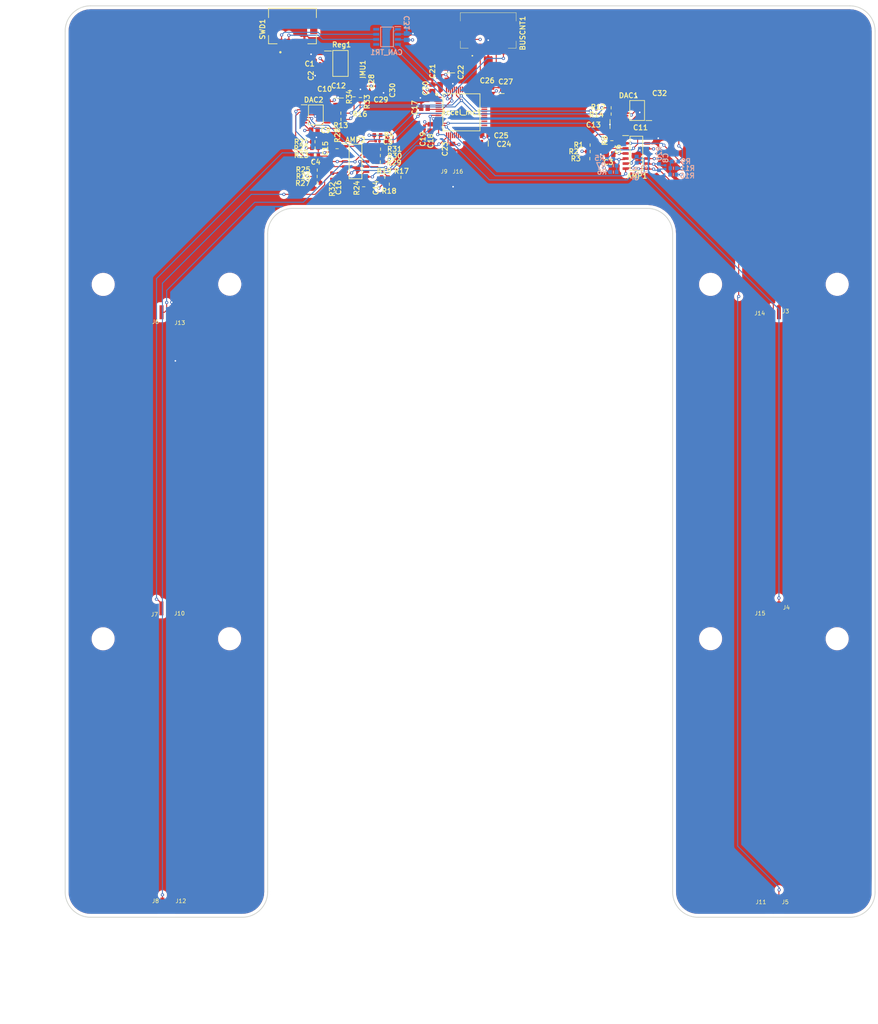
<source format=kicad_pcb>
(kicad_pcb (version 20171130) (host pcbnew 5.1.4+dfsg1-1)
  (layers (0 F.Cu signal) (1 In1.Cu signal) (2 In2.Cu signal) (31 B.Cu signal) (34 B.Paste user hide) (35 F.Paste user hide) (36 B.SilkS user) (37 F.SilkS user) (38 B.Mask user) (39 F.Mask user) (44 Edge.Cuts user))
  (net 0 "")
  (net 1 /FSR_Circuitry/-ref2)
  (net 2 GND)
  (net 3 /FSR_Circuitry/-break_ref)
  (net 4 /FSR_Circuitry/-ref6)
  (net 5 /FSR_Circuitry/-ref5)
  (net 6 /FSR_Circuitry/-ref4)
  (net 7 /FSR_Circuitry/-ref3)
  (net 8 /FSR_Circuitry/-ref1)
  (net 9 +3V3)
  (net 10 +5V)
  (net 11 "Net-(Reg1-Pad4)")
  (net 12 "Net-(Accel_mc1-Pad2)")
  (net 13 "Net-(Accel_mc1-Pad4)")
  (net 14 "Net-(Accel_mc1-Pad5)")
  (net 15 "Net-(Accel_mc1-Pad6)")
  (net 16 /Controller/NRST)
  (net 17 /FSR_Circuitry/FSR_out4)
  (net 18 /FSR_Circuitry/FSR_out5)
  (net 19 /Controller/Bottom_right_FSR_out)
  (net 20 "Net-(Accel_mc1-Pad11)")
  (net 21 /FSR_Circuitry/FSR_out1)
  (net 22 /FSR_Circuitry/FSR_out2)
  (net 23 /Controller/Bottom_left_FSR_out)
  (net 24 /Controller/Break_FSR_OUT)
  (net 25 /Controller/IMU_data_ready)
  (net 26 "Net-(Accel_mc1-Pad21)")
  (net 27 "Net-(Accel_mc1-Pad22)")
  (net 28 "Net-(Accel_mc1-Pad23)")
  (net 29 "Net-(Accel_mc1-Pad24)")
  (net 30 "Net-(Accel_mc1-Pad25)")
  (net 31 "Net-(Accel_mc1-Pad26)")
  (net 32 "Net-(Accel_mc1-Pad27)")
  (net 33 "Net-(Accel_mc1-Pad28)")
  (net 34 "Net-(Accel_mc1-Pad29)")
  (net 35 "Net-(Accel_mc1-Pad30)")
  (net 36 "Net-(Accel_mc1-Pad31)")
  (net 37 "Net-(Accel_mc1-Pad33)")
  (net 38 "Net-(Accel_mc1-Pad34)")
  (net 39 "Net-(Accel_mc1-Pad35)")
  (net 40 "Net-(Accel_mc1-Pad36)")
  (net 41 "Net-(Accel_mc1-Pad37)")
  (net 42 "Net-(Accel_mc1-Pad38)")
  (net 43 "Net-(Accel_mc1-Pad39)")
  (net 44 "Net-(Accel_mc1-Pad40)")
  (net 45 "Net-(Accel_mc1-Pad41)")
  (net 46 "Net-(Accel_mc1-Pad42)")
  (net 47 "Net-(Accel_mc1-Pad43)")
  (net 48 "Net-(Accel_mc1-Pad44)")
  (net 49 "Net-(Accel_mc1-Pad45)")
  (net 50 /Controller/SWDIO)
  (net 51 "Net-(Accel_mc1-Pad47)")
  (net 52 /Controller/SWCLK)
  (net 53 "Net-(Accel_mc1-Pad50)")
  (net 54 "Net-(Accel_mc1-Pad51)")
  (net 55 "Net-(Accel_mc1-Pad52)")
  (net 56 "Net-(Accel_mc1-Pad53)")
  (net 57 "Net-(Accel_mc1-Pad54)")
  (net 58 "Net-(Accel_mc1-Pad55)")
  (net 59 "Net-(Accel_mc1-Pad56)")
  (net 60 "Net-(Accel_mc1-Pad57)")
  (net 61 /Controller/SCL)
  (net 62 /Controller/SDA)
  (net 63 "Net-(Accel_mc1-Pad60)")
  (net 64 /CAN/CAN_RX)
  (net 65 /CAN/CAN_TX)
  (net 66 "Net-(CAN_TR1-Pad5)")
  (net 67 /CAN/CAN_LO)
  (net 68 /CAN/CAN_HI)
  (net 69 "Net-(CAN_TR1-Pad8)")
  (net 70 /FSR_Circuitry/+ref1)
  (net 71 /FSR_Circuitry/+ref2)
  (net 72 /FSR_Circuitry/+ref3)
  (net 73 /FSR_Circuitry/+ref4)
  (net 74 /FSR_Circuitry/+break_ref)
  (net 75 /FSR_Circuitry/+ref6)
  (net 76 /FSR_Circuitry/+ref5)
  (net 77 "Net-(DAC2-Pad1)")
  (net 78 /FSR_Circuitry/dac_5)
  (net 79 /FSR_Circuitry/dac_6)
  (net 80 /FSR_Circuitry/break_DAC)
  (net 81 "Net-(DAC2-Pad10)")
  (net 82 "Net-(DAC2-Pad11)")
  (net 83 "Net-(DAC1-Pad11)")
  (net 84 "Net-(DAC1-Pad10)")
  (net 85 /FSR_Circuitry/dac_4)
  (net 86 /FSR_Circuitry/dac_3)
  (net 87 /FSR_Circuitry/dac_2)
  (net 88 /FSR_Circuitry/dac_1)
  (net 89 "Net-(DAC1-Pad1)")
  (net 90 "Net-(IMU1-Pad1)")
  (net 91 "Net-(IMU1-Pad4)")
  (net 92 "Net-(IMU1-Pad5)")
  (net 93 "Net-(IMU1-Pad11)")
  (net 94 "Net-(Accel_mc1-Pad20)")
  (net 95 "Net-(AMP1-Pad14)")
  (net 96 "Net-(DAC1-Pad6)")
  (module "SM04B-PASS-TBT(LF)(SN):SM04B-PASS-TBT" (layer F.Cu) (at 139.6 41.8)
    (fp_text reference SWD1 (at -7.52 -3.65 270) (layer F.SilkS) (effects (font (size 1.27 1.27) (thickness 0.254))))
    (fp_text value "SM04B-PASS-TBT(LF)(SN)" hide)
    (pad 1 smd rect (at -3 0.1) (size 1 2.7) (layers F.Cu F.Paste F.Mask) (net 68 /CAN/CAN_HI))
    (pad 2 smd rect (at -1 0.1) (size 1 2.7) (layers F.Cu F.Paste F.Mask) (net 67 /CAN/CAN_LO))
    (pad 3 smd rect (at 1 0.1) (size 1 2.7) (layers F.Cu F.Paste F.Mask) (net 10 +5V))
    (pad 4 smd rect (at 3 0.1) (size 1 2.7) (layers F.Cu F.Paste F.Mask) (net 2 GND))
    (pad 5 smd rect (at -5.35 -4.35) (size 1.8 3.8) (layers F.Cu F.Paste F.Mask))
    (pad 6 smd rect (at 5.35 -4.35) (size 1.8 3.8) (layers F.Cu F.Paste F.Mask))
  )
  (module AS0805KKX7R0BB104:CAPC2012X145N (layer F.Cu) (at 174.7 52.85 90)
    (fp_text reference C20 (at -0.1 -1.74 90) (layer F.SilkS) (effects (font (size 1.27 1.27) (thickness 0.254))))
    (fp_text value .1u hide)
    (pad 2 smd rect (at 0.81 0 90) (size 1.1 1.47) (layers F.Cu F.Paste F.Mask) (net 2 GND))
    (pad 1 smd rect (at -0.81 0 90) (size 1.1 1.47) (layers F.Cu F.Paste F.Mask) (net 9 +3V3))
  )
  (module MountingHole:MountingHole_4.3mm_M4 (layer F.Cu) (at 276.26 102.12)
    (fp_text reference REF** hide)
    (fp_text value MountingHole_4.3mm_M4)
    (pad 1 np_thru_hole circle (at 0 0) (size 4.3 4.3) (drill 4.3) (layers *.Cu *.Mask))
  )
  (module Wire_Pads:SolderWirePad_1x01_SMD_1.27x2.54mm (layer F.Cu) (at 181.1 77.65)
    (fp_text reference J16 (at 0 -3.81) (layer F.SilkS))
    (fp_text value Conn_01x01_Male)
    (pad 1 smd rect (at 0 0) (size 1 3.5) (layers F.Cu F.Paste F.Mask) (net 2 GND))
  )
  (module AS0805KKX7R0BB104:CAPC2012X145N (layer F.Cu) (at 223.535 62.475)
    (fp_text reference C11 (at 3.385 0.345) (layer F.SilkS) (effects (font (size 1.27 1.27) (thickness 0.254))))
    (fp_text value .1u hide)
    (pad 2 smd rect (at 0.81 0) (size 1.1 1.47) (layers F.Cu F.Paste F.Mask) (net 2 GND))
    (pad 1 smd rect (at -0.81 0) (size 1.1 1.47) (layers F.Cu F.Paste F.Mask) (net 9 +3V3))
  )
  (module ERJ3RQF4R7V:RESC1608X55N (layer F.Cu) (at 156.65 55.275 270)
    (fp_text reference R33 (at 1.085 -1.67 90) (layer F.SilkS) (effects (font (size 1.27 1.27) (thickness 0.254))))
    (fp_text value 5k hide)
    (pad 2 smd rect (at 0.8 0 270) (size 0.9 1) (layers F.Cu F.Paste F.Mask) (net 62 /Controller/SDA))
    (pad 1 smd rect (at -0.8 0 270) (size 0.9 1) (layers F.Cu F.Paste F.Mask) (net 91 "Net-(IMU1-Pad4)"))
  )
  (module Wire_Pads:SolderWirePad_1x01_SMD_1.27x2.54mm (layer F.Cu) (at 106.725 210.525)
    (fp_text reference J7 (at -1.735 -25.601) (layer F.SilkS))
    (fp_text value Conn_01x01_Male)
    (pad 1 smd rect (at 0 -27.115) (size 1 3.5) (layers F.Cu F.Paste F.Mask) (net 5 /FSR_Circuitry/-ref5))
  )
  (module MountingHole:MountingHole_4.3mm_M4 (layer F.Cu) (at 123.83 191.02)
    (fp_text reference REF** hide)
    (fp_text value MountingHole_4.3mm_M4)
    (pad 1 np_thru_hole circle (at 0 0) (size 4.3 4.3) (drill 4.3) (layers *.Cu *.Mask))
  )
  (module MountingHole:MountingHole_4.3mm_M4 (layer F.Cu) (at 92.12 102.15)
    (fp_text reference REF** hide)
    (fp_text value MountingHole_4.3mm_M4)
    (pad 1 np_thru_hole circle (at 0 0) (size 4.3 4.3) (drill 4.3) (layers *.Cu *.Mask))
  )
  (module Wire_Pads:SolderWirePad_1x01_SMD_1.27x2.54mm (layer F.Cu) (at 261.64 257.69)
    (fp_text reference J5 (at 1.592 -0.63) (layer F.SilkS))
    (fp_text value Conn_01x01_Male)
    (pad 1 smd rect (at 0 0) (size 1 3.5) (layers F.Cu F.Paste F.Mask) (net 7 /FSR_Circuitry/-ref3))
  )
  (module AS0805KKX7R0BB104:CAPC2012X145N (layer F.Cu) (at 172.72 57.912 180)
    (fp_text reference C17 (at 2.47 0.102 270) (layer F.SilkS) (effects (font (size 1.27 1.27) (thickness 0.254))))
    (fp_text value .1u hide)
    (pad 2 smd rect (at 0.81 0 180) (size 1.1 1.47) (layers F.Cu F.Paste F.Mask) (net 2 GND))
    (pad 1 smd rect (at -0.81 0 180) (size 1.1 1.47) (layers F.Cu F.Paste F.Mask) (net 16 /Controller/NRST))
  )
  (module Wire_Pads:SolderWirePad_1x01_SMD_1.27x2.54mm (layer F.Cu) (at 109.25 210.55)
    (fp_text reference J10 (at 2.01 -25.88) (layer F.SilkS))
    (fp_text value Conn_01x01_Male)
    (pad 1 smd rect (at 0 -27.14) (size 1 3.5) (layers F.Cu F.Paste F.Mask) (net 2 GND))
  )
  (module Wire_Pads:SolderWirePad_1x01_SMD_1.27x2.54mm (layer F.Cu) (at 109.3 121.3)
    (fp_text reference J13 (at 2.04 -9.528) (layer F.SilkS))
    (fp_text value Conn_01x01_Male)
    (pad 1 smd rect (at 0 -12.17) (size 1 3.5) (layers F.Cu F.Paste F.Mask) (net 2 GND))
  )
  (module MAX5815BAUD+:SOP65P640X110-14N (layer F.Cu) (at 226.075 58.525 180)
    (fp_text reference DAC1 (at 2.155 3.755) (layer F.SilkS) (effects (font (size 1.27 1.27) (thickness 0.254))))
    (fp_text value MAX5815BAUD+ hide)
    (pad 14 smd rect (at 2.938 -1.95 270) (size 0.45 1.475) (layers F.Cu F.Paste F.Mask) (net 9 +3V3))
    (pad 13 smd rect (at 2.938 -1.3 270) (size 0.45 1.475) (layers F.Cu F.Paste F.Mask) (net 9 +3V3))
    (pad 12 smd rect (at 2.938 -0.65 270) (size 0.45 1.475) (layers F.Cu F.Paste F.Mask) (net 9 +3V3))
    (pad 11 smd rect (at 2.938 0 270) (size 0.45 1.475) (layers F.Cu F.Paste F.Mask) (net 83 "Net-(DAC1-Pad11)"))
    (pad 10 smd rect (at 2.938 0.65 270) (size 0.45 1.475) (layers F.Cu F.Paste F.Mask) (net 84 "Net-(DAC1-Pad10)"))
    (pad 9 smd rect (at 2.938 1.3 270) (size 0.45 1.475) (layers F.Cu F.Paste F.Mask) (net 2 GND))
    (pad 8 smd rect (at 2.938 1.95 270) (size 0.45 1.475) (layers F.Cu F.Paste F.Mask) (net 2 GND))
    (pad 7 smd rect (at -2.938 1.95 270) (size 0.45 1.475) (layers F.Cu F.Paste F.Mask) (net 9 +3V3))
    (pad 6 smd rect (at -2.938 1.3 270) (size 0.45 1.475) (layers F.Cu F.Paste F.Mask) (net 96 "Net-(DAC1-Pad6)"))
    (pad 5 smd rect (at -2.938 0.65 270) (size 0.45 1.475) (layers F.Cu F.Paste F.Mask) (net 86 /FSR_Circuitry/dac_3))
    (pad 4 smd rect (at -2.938 0 270) (size 0.45 1.475) (layers F.Cu F.Paste F.Mask) (net 2 GND))
    (pad 3 smd rect (at -2.938 -0.65 270) (size 0.45 1.475) (layers F.Cu F.Paste F.Mask) (net 87 /FSR_Circuitry/dac_2))
    (pad 2 smd rect (at -2.938 -1.3 270) (size 0.45 1.475) (layers F.Cu F.Paste F.Mask) (net 88 /FSR_Circuitry/dac_1))
    (pad 1 smd rect (at -2.938 -1.95 270) (size 0.45 1.475) (layers F.Cu F.Paste F.Mask) (net 89 "Net-(DAC1-Pad1)"))
  )
  (module ERJ3RQF4R7V:RESC1608X55N (layer B.Cu) (at 220.125 73.975)
    (fp_text reference R6 (at -2.875 -0.035) (layer B.SilkS) (effects (font (size 1.27 1.27) (thickness 0.254)) (justify mirror)))
    (fp_text value 20k hide)
    (pad 2 smd rect (at 0.8 0) (size 0.9 1) (layers B.Cu B.Paste B.Mask) (net 71 /FSR_Circuitry/+ref2))
    (pad 1 smd rect (at -0.8 0) (size 0.9 1) (layers B.Cu B.Paste B.Mask) (net 9 +3V3))
  )
  (module MountingHole:MountingHole_4.3mm_M4 (layer F.Cu) (at 244.5 102.14)
    (fp_text reference REF** hide)
    (fp_text value MountingHole_4.3mm_M4)
    (pad 1 np_thru_hole circle (at 0 0) (size 4.3 4.3) (drill 4.3) (layers *.Cu *.Mask))
  )
  (module MountingHole:MountingHole_4.3mm_M4 (layer F.Cu) (at 276.25 191.02)
    (fp_text reference REF** hide)
    (fp_text value MountingHole_4.3mm_M4)
    (pad 1 np_thru_hole circle (at 0 0) (size 4.3 4.3) (drill 4.3) (layers *.Cu *.Mask))
  )
  (module ERJ3RQF4R7V:RESC1608X55N (layer B.Cu) (at 225.95 70.875 270)
    (fp_text reference R15 (at 3.445 0.23 90) (layer B.SilkS) (effects (font (size 1.27 1.27) (thickness 0.254)) (justify mirror)))
    (fp_text value 50k hide)
    (pad 2 smd rect (at 0.8 0 270) (size 0.9 1) (layers B.Cu B.Paste B.Mask) (net 22 /FSR_Circuitry/FSR_out2))
    (pad 1 smd rect (at -0.8 0 270) (size 0.9 1) (layers B.Cu B.Paste B.Mask) (net 1 /FSR_Circuitry/-ref2))
  )
  (module ERJ3RQF4R7V:RESC1608X55N (layer B.Cu) (at 235.15 74.6 180)
    (fp_text reference R10 (at -3.51 -0.3) (layer B.SilkS) (effects (font (size 1.27 1.27) (thickness 0.254)) (justify mirror)))
    (fp_text value 20k hide)
    (pad 2 smd rect (at 0.8 0 180) (size 0.9 1) (layers B.Cu B.Paste B.Mask) (net 72 /FSR_Circuitry/+ref3))
    (pad 1 smd rect (at -0.8 0 180) (size 0.9 1) (layers B.Cu B.Paste B.Mask) (net 9 +3V3))
  )
  (module ERJ3RQF4R7V:RESC1608X55N (layer B.Cu) (at 220.1 72.35 180)
    (fp_text reference R7 (at 3.11 0.04) (layer B.SilkS) (effects (font (size 1.27 1.27) (thickness 0.254)) (justify mirror)))
    (fp_text value 100k hide)
    (pad 2 smd rect (at 0.8 0 180) (size 0.9 1) (layers B.Cu B.Paste B.Mask) (net 2 GND))
    (pad 1 smd rect (at -0.8 0 180) (size 0.9 1) (layers B.Cu B.Paste B.Mask) (net 71 /FSR_Circuitry/+ref2))
  )
  (module ERJ3RQF4R7V:RESC1608X55N (layer F.Cu) (at 161.7 68.225)
    (fp_text reference R31 (at 3.51 -0.015) (layer F.SilkS) (effects (font (size 1.27 1.27) (thickness 0.254))))
    (fp_text value 100k hide)
    (pad 2 smd rect (at 0.8 0) (size 0.9 1) (layers F.Cu F.Paste F.Mask) (net 2 GND))
    (pad 1 smd rect (at -0.8 0) (size 0.9 1) (layers F.Cu F.Paste F.Mask) (net 73 /FSR_Circuitry/+ref4))
  )
  (module Wire_Pads:SolderWirePad_1x01_SMD_1.27x2.54mm (layer F.Cu) (at 259.1 183.41)
    (fp_text reference J15 (at -2.185 1.24) (layer F.SilkS))
    (fp_text value Conn_01x01_Male)
    (pad 1 smd rect (at 0 0) (size 1 3.5) (layers F.Cu F.Paste F.Mask) (net 2 GND))
  )
  (module ERJ3RQF4R7V:RESC1608X55N (layer F.Cu) (at 214.295013 68.824995)
    (fp_text reference R2 (at -4.157013 -0.004995) (layer F.SilkS) (effects (font (size 1.27 1.27) (thickness 0.254))))
    (fp_text value 20k hide)
    (pad 2 smd rect (at 0.8 0) (size 0.9 1) (layers F.Cu F.Paste F.Mask) (net 70 /FSR_Circuitry/+ref1))
    (pad 1 smd rect (at -0.8 0) (size 0.9 1) (layers F.Cu F.Paste F.Mask) (net 9 +3V3))
  )
  (module LIS2DTW12TR:IIS2MDCTR (layer F.Cu) (at 157.2 51.675 270)
    (fp_text reference IMU1 (at -3.475 -0.05 90) (layer F.SilkS) (effects (font (size 1.27 1.27) (thickness 0.254))))
    (fp_text value LIS2DTW12TR hide)
    (pad 12 smd rect (at -0.25 -0.75 270) (size 0.3 0.35) (layers F.Cu F.Paste F.Mask) (net 25 /Controller/IMU_data_ready))
    (pad 11 smd rect (at 0.25 -0.75 270) (size 0.3 0.35) (layers F.Cu F.Paste F.Mask) (net 93 "Net-(IMU1-Pad11)"))
    (pad 10 smd rect (at 0.75 -0.75) (size 0.3 0.35) (layers F.Cu F.Paste F.Mask) (net 9 +3V3))
    (pad 9 smd rect (at 0.75 -0.25) (size 0.3 0.35) (layers F.Cu F.Paste F.Mask) (net 9 +3V3))
    (pad 8 smd rect (at 0.75 0.25) (size 0.3 0.35) (layers F.Cu F.Paste F.Mask) (net 2 GND))
    (pad 7 smd rect (at 0.75 0.75) (size 0.3 0.35) (layers F.Cu F.Paste F.Mask) (net 2 GND))
    (pad 6 smd rect (at 0.25 0.75 270) (size 0.3 0.35) (layers F.Cu F.Paste F.Mask) (net 2 GND))
    (pad 5 smd rect (at -0.25 0.75 270) (size 0.3 0.35) (layers F.Cu F.Paste F.Mask) (net 92 "Net-(IMU1-Pad5)"))
    (pad 4 smd rect (at -0.75 0.75) (size 0.3 0.35) (layers F.Cu F.Paste F.Mask) (net 91 "Net-(IMU1-Pad4)"))
    (pad 3 smd rect (at -0.75 0.25) (size 0.3 0.35) (layers F.Cu F.Paste F.Mask) (net 2 GND))
    (pad 2 smd rect (at -0.75 -0.25) (size 0.3 0.35) (layers F.Cu F.Paste F.Mask) (net 9 +3V3))
    (pad 1 smd rect (at -0.75 -0.75) (size 0.3 0.35) (layers F.Cu F.Paste F.Mask) (net 90 "Net-(IMU1-Pad1)"))
  )
  (module ERJ3RQF4R7V:RESC1608X55N (layer B.Cu) (at 235.2 73)
    (fp_text reference R11 (at 3.5 0.02 180) (layer B.SilkS) (effects (font (size 1.27 1.27) (thickness 0.254)) (justify mirror)))
    (fp_text value 100k hide)
    (pad 2 smd rect (at 0.8 0) (size 0.9 1) (layers B.Cu B.Paste B.Mask) (net 2 GND))
    (pad 1 smd rect (at -0.8 0) (size 0.9 1) (layers B.Cu B.Paste B.Mask) (net 72 /FSR_Circuitry/+ref3))
  )
  (module GRM155C91C105ME11J:CAPC1005X55N (layer F.Cu) (at 159.1 77.7 90)
    (fp_text reference C14 (at -0.2 1.42 90) (layer F.SilkS) (effects (font (size 1.27 1.27) (thickness 0.254))))
    (fp_text value 47p hide)
    (pad 2 smd rect (at 0.46 0 90) (size 0.6 0.62) (layers F.Cu F.Paste F.Mask) (net 24 /Controller/Break_FSR_OUT))
    (pad 1 smd rect (at -0.46 0 90) (size 0.6 0.62) (layers F.Cu F.Paste F.Mask) (net 3 /FSR_Circuitry/-break_ref))
  )
  (module GRM155C91C105ME11J:CAPC1005X55N (layer F.Cu) (at 149.1 68.475 90)
    (fp_text reference C15 (at 0.415 -1.24 270) (layer F.SilkS) (effects (font (size 1.27 1.27) (thickness 0.254))))
    (fp_text value 47p hide)
    (pad 2 smd rect (at 0.46 0 90) (size 0.6 0.62) (layers F.Cu F.Paste F.Mask) (net 18 /FSR_Circuitry/FSR_out5))
    (pad 1 smd rect (at -0.46 0 90) (size 0.6 0.62) (layers F.Cu F.Paste F.Mask) (net 5 /FSR_Circuitry/-ref5))
  )
  (module ERJ3RQF4R7V:RESC1608X55N (layer F.Cu) (at 149.57 75.04 270)
    (fp_text reference R32 (at 3.255 -0.01 270) (layer F.SilkS) (effects (font (size 1.27 1.27) (thickness 0.254))))
    (fp_text value 50k hide)
    (pad 2 smd rect (at 0.8 0 270) (size 0.9 1) (layers F.Cu F.Paste F.Mask) (net 19 /Controller/Bottom_right_FSR_out))
    (pad 1 smd rect (at -0.8 0 270) (size 0.9 1) (layers F.Cu F.Paste F.Mask) (net 4 /FSR_Circuitry/-ref6))
  )
  (module AS0805KKX7R0BB104:CAPC2012X145N (layer F.Cu) (at 176.438 49.22 90)
    (fp_text reference C21 (at 0.55 -1.708 90) (layer F.SilkS) (effects (font (size 1.27 1.27) (thickness 0.254))))
    (fp_text value .1u hide)
    (pad 2 smd rect (at 0.81 0 90) (size 1.1 1.47) (layers F.Cu F.Paste F.Mask) (net 2 GND))
    (pad 1 smd rect (at -0.81 0 90) (size 1.1 1.47) (layers F.Cu F.Paste F.Mask) (net 9 +3V3))
  )
  (module CGA6M3X7S2A475K200AB:CAPC3225X200N (layer F.Cu) (at 151.25 55.4 90)
    (fp_text reference C12 (at 3.08 -0.1 180) (layer F.SilkS) (effects (font (size 1.27 1.27) (thickness 0.254))))
    (fp_text value 4.7u hide)
    (pad 2 smd rect (at 1.6 0 90) (size 0.81 2.82) (layers F.Cu F.Paste F.Mask) (net 2 GND))
    (pad 1 smd rect (at -1.6 0 90) (size 0.81 2.82) (layers F.Cu F.Paste F.Mask) (net 9 +3V3))
  )
  (module Wire_Pads:SolderWirePad_1x01_SMD_1.27x2.54mm (layer F.Cu) (at 261.64 109.13)
    (fp_text reference J3 (at 1.705 -0.25) (layer F.SilkS))
    (fp_text value Conn_01x01_Male)
    (pad 1 smd rect (at 0 0) (size 1 3.5) (layers F.Cu F.Paste F.Mask) (net 8 /FSR_Circuitry/-ref1))
  )
  (module STM32F205RBT6:QFP50P1200X1200X160-64N (layer F.Cu) (at 181.995015 58.991247)
    (fp_text reference Accel_mc1 (at 0 0) (layer F.SilkS) (effects (font (size 1.27 1.27) (thickness 0.254))))
    (fp_text value STM32F205RBT6 hide)
    (pad 64 smd rect (at -3.75 -5.738) (size 0.3 1.475) (layers F.Cu F.Paste F.Mask) (net 9 +3V3))
    (pad 63 smd rect (at -3.25 -5.738) (size 0.3 1.475) (layers F.Cu F.Paste F.Mask) (net 2 GND))
    (pad 62 smd rect (at -2.75 -5.738) (size 0.3 1.475) (layers F.Cu F.Paste F.Mask) (net 65 /CAN/CAN_TX))
    (pad 61 smd rect (at -2.25 -5.738) (size 0.3 1.475) (layers F.Cu F.Paste F.Mask) (net 64 /CAN/CAN_RX))
    (pad 60 smd rect (at -1.75 -5.738) (size 0.3 1.475) (layers F.Cu F.Paste F.Mask) (net 63 "Net-(Accel_mc1-Pad60)"))
    (pad 59 smd rect (at -1.25 -5.738) (size 0.3 1.475) (layers F.Cu F.Paste F.Mask) (net 62 /Controller/SDA))
    (pad 58 smd rect (at -0.75 -5.738) (size 0.3 1.475) (layers F.Cu F.Paste F.Mask) (net 61 /Controller/SCL))
    (pad 57 smd rect (at -0.25 -5.738) (size 0.3 1.475) (layers F.Cu F.Paste F.Mask) (net 60 "Net-(Accel_mc1-Pad57)"))
    (pad 56 smd rect (at 0.25 -5.738) (size 0.3 1.475) (layers F.Cu F.Paste F.Mask) (net 59 "Net-(Accel_mc1-Pad56)"))
    (pad 55 smd rect (at 0.75 -5.738) (size 0.3 1.475) (layers F.Cu F.Paste F.Mask) (net 58 "Net-(Accel_mc1-Pad55)"))
    (pad 54 smd rect (at 1.25 -5.738) (size 0.3 1.475) (layers F.Cu F.Paste F.Mask) (net 57 "Net-(Accel_mc1-Pad54)"))
    (pad 53 smd rect (at 1.75 -5.738) (size 0.3 1.475) (layers F.Cu F.Paste F.Mask) (net 56 "Net-(Accel_mc1-Pad53)"))
    (pad 52 smd rect (at 2.25 -5.738) (size 0.3 1.475) (layers F.Cu F.Paste F.Mask) (net 55 "Net-(Accel_mc1-Pad52)"))
    (pad 51 smd rect (at 2.75 -5.738) (size 0.3 1.475) (layers F.Cu F.Paste F.Mask) (net 54 "Net-(Accel_mc1-Pad51)"))
    (pad 50 smd rect (at 3.25 -5.738) (size 0.3 1.475) (layers F.Cu F.Paste F.Mask) (net 53 "Net-(Accel_mc1-Pad50)"))
    (pad 49 smd rect (at 3.75 -5.738) (size 0.3 1.475) (layers F.Cu F.Paste F.Mask) (net 52 /Controller/SWCLK))
    (pad 48 smd rect (at 5.738 -3.75 90) (size 0.3 1.475) (layers F.Cu F.Paste F.Mask) (net 9 +3V3))
    (pad 47 smd rect (at 5.738 -3.25 90) (size 0.3 1.475) (layers F.Cu F.Paste F.Mask) (net 51 "Net-(Accel_mc1-Pad47)"))
    (pad 46 smd rect (at 5.738 -2.75 90) (size 0.3 1.475) (layers F.Cu F.Paste F.Mask) (net 50 /Controller/SWDIO))
    (pad 45 smd rect (at 5.738 -2.25 90) (size 0.3 1.475) (layers F.Cu F.Paste F.Mask) (net 49 "Net-(Accel_mc1-Pad45)"))
    (pad 44 smd rect (at 5.738 -1.75 90) (size 0.3 1.475) (layers F.Cu F.Paste F.Mask) (net 48 "Net-(Accel_mc1-Pad44)"))
    (pad 43 smd rect (at 5.738 -1.25 90) (size 0.3 1.475) (layers F.Cu F.Paste F.Mask) (net 47 "Net-(Accel_mc1-Pad43)"))
    (pad 42 smd rect (at 5.738 -0.75 90) (size 0.3 1.475) (layers F.Cu F.Paste F.Mask) (net 46 "Net-(Accel_mc1-Pad42)"))
    (pad 41 smd rect (at 5.738 -0.25 90) (size 0.3 1.475) (layers F.Cu F.Paste F.Mask) (net 45 "Net-(Accel_mc1-Pad41)"))
    (pad 40 smd rect (at 5.738 0.25 90) (size 0.3 1.475) (layers F.Cu F.Paste F.Mask) (net 44 "Net-(Accel_mc1-Pad40)"))
    (pad 39 smd rect (at 5.738 0.75 90) (size 0.3 1.475) (layers F.Cu F.Paste F.Mask) (net 43 "Net-(Accel_mc1-Pad39)"))
    (pad 38 smd rect (at 5.738 1.25 90) (size 0.3 1.475) (layers F.Cu F.Paste F.Mask) (net 42 "Net-(Accel_mc1-Pad38)"))
    (pad 37 smd rect (at 5.738 1.75 90) (size 0.3 1.475) (layers F.Cu F.Paste F.Mask) (net 41 "Net-(Accel_mc1-Pad37)"))
    (pad 36 smd rect (at 5.738 2.25 90) (size 0.3 1.475) (layers F.Cu F.Paste F.Mask) (net 40 "Net-(Accel_mc1-Pad36)"))
    (pad 35 smd rect (at 5.738 2.75 90) (size 0.3 1.475) (layers F.Cu F.Paste F.Mask) (net 39 "Net-(Accel_mc1-Pad35)"))
    (pad 34 smd rect (at 5.738 3.25 90) (size 0.3 1.475) (layers F.Cu F.Paste F.Mask) (net 38 "Net-(Accel_mc1-Pad34)"))
    (pad 33 smd rect (at 5.738 3.75 90) (size 0.3 1.475) (layers F.Cu F.Paste F.Mask) (net 37 "Net-(Accel_mc1-Pad33)"))
    (pad 32 smd rect (at 3.75 5.738) (size 0.3 1.475) (layers F.Cu F.Paste F.Mask) (net 9 +3V3))
    (pad 31 smd rect (at 3.25 5.738) (size 0.3 1.475) (layers F.Cu F.Paste F.Mask) (net 36 "Net-(Accel_mc1-Pad31)"))
    (pad 30 smd rect (at 2.75 5.738) (size 0.3 1.475) (layers F.Cu F.Paste F.Mask) (net 35 "Net-(Accel_mc1-Pad30)"))
    (pad 29 smd rect (at 2.25 5.738) (size 0.3 1.475) (layers F.Cu F.Paste F.Mask) (net 34 "Net-(Accel_mc1-Pad29)"))
    (pad 28 smd rect (at 1.75 5.738) (size 0.3 1.475) (layers F.Cu F.Paste F.Mask) (net 33 "Net-(Accel_mc1-Pad28)"))
    (pad 27 smd rect (at 1.25 5.738) (size 0.3 1.475) (layers F.Cu F.Paste F.Mask) (net 32 "Net-(Accel_mc1-Pad27)"))
    (pad 26 smd rect (at 0.75 5.738) (size 0.3 1.475) (layers F.Cu F.Paste F.Mask) (net 31 "Net-(Accel_mc1-Pad26)"))
    (pad 25 smd rect (at 0.25 5.738) (size 0.3 1.475) (layers F.Cu F.Paste F.Mask) (net 30 "Net-(Accel_mc1-Pad25)"))
    (pad 24 smd rect (at -0.25 5.738) (size 0.3 1.475) (layers F.Cu F.Paste F.Mask) (net 29 "Net-(Accel_mc1-Pad24)"))
    (pad 23 smd rect (at -0.75 5.738) (size 0.3 1.475) (layers F.Cu F.Paste F.Mask) (net 28 "Net-(Accel_mc1-Pad23)"))
    (pad 22 smd rect (at -1.25 5.738) (size 0.3 1.475) (layers F.Cu F.Paste F.Mask) (net 27 "Net-(Accel_mc1-Pad22)"))
    (pad 21 smd rect (at -1.75 5.738) (size 0.3 1.475) (layers F.Cu F.Paste F.Mask) (net 26 "Net-(Accel_mc1-Pad21)"))
    (pad 20 smd rect (at -2.25 5.738) (size 0.3 1.475) (layers F.Cu F.Paste F.Mask) (net 94 "Net-(Accel_mc1-Pad20)"))
    (pad 19 smd rect (at -2.75 5.738) (size 0.3 1.475) (layers F.Cu F.Paste F.Mask) (net 9 +3V3))
    (pad 18 smd rect (at -3.25 5.738) (size 0.3 1.475) (layers F.Cu F.Paste F.Mask) (net 2 GND))
    (pad 17 smd rect (at -3.75 5.738) (size 0.3 1.475) (layers F.Cu F.Paste F.Mask) (net 24 /Controller/Break_FSR_OUT))
    (pad 16 smd rect (at -5.738 3.75 90) (size 0.3 1.475) (layers F.Cu F.Paste F.Mask) (net 23 /Controller/Bottom_left_FSR_out))
    (pad 15 smd rect (at -5.738 3.25 90) (size 0.3 1.475) (layers F.Cu F.Paste F.Mask) (net 22 /FSR_Circuitry/FSR_out2))
    (pad 14 smd rect (at -5.738 2.75 90) (size 0.3 1.475) (layers F.Cu F.Paste F.Mask) (net 21 /FSR_Circuitry/FSR_out1))
    (pad 13 smd rect (at -5.738 2.25 90) (size 0.3 1.475) (layers F.Cu F.Paste F.Mask) (net 9 +3V3))
    (pad 12 smd rect (at -5.738 1.75 90) (size 0.3 1.475) (layers F.Cu F.Paste F.Mask) (net 2 GND))
    (pad 11 smd rect (at -5.738 1.25 90) (size 0.3 1.475) (layers F.Cu F.Paste F.Mask) (net 20 "Net-(Accel_mc1-Pad11)"))
    (pad 10 smd rect (at -5.738 0.75 90) (size 0.3 1.475) (layers F.Cu F.Paste F.Mask) (net 19 /Controller/Bottom_right_FSR_out))
    (pad 9 smd rect (at -5.738 0.25 90) (size 0.3 1.475) (layers F.Cu F.Paste F.Mask) (net 18 /FSR_Circuitry/FSR_out5))
    (pad 8 smd rect (at -5.738 -0.25 90) (size 0.3 1.475) (layers F.Cu F.Paste F.Mask) (net 17 /FSR_Circuitry/FSR_out4))
    (pad 7 smd rect (at -5.738 -0.75 90) (size 0.3 1.475) (layers F.Cu F.Paste F.Mask) (net 16 /Controller/NRST))
    (pad 6 smd rect (at -5.738 -1.25 90) (size 0.3 1.475) (layers F.Cu F.Paste F.Mask) (net 15 "Net-(Accel_mc1-Pad6)"))
    (pad 5 smd rect (at -5.738 -1.75 90) (size 0.3 1.475) (layers F.Cu F.Paste F.Mask) (net 14 "Net-(Accel_mc1-Pad5)"))
    (pad 4 smd rect (at -5.738 -2.25 90) (size 0.3 1.475) (layers F.Cu F.Paste F.Mask) (net 13 "Net-(Accel_mc1-Pad4)"))
    (pad 3 smd rect (at -5.738 -2.75 90) (size 0.3 1.475) (layers F.Cu F.Paste F.Mask) (net 25 /Controller/IMU_data_ready))
    (pad 2 smd rect (at -5.738 -3.25 90) (size 0.3 1.475) (layers F.Cu F.Paste F.Mask) (net 12 "Net-(Accel_mc1-Pad2)"))
    (pad 1 smd rect (at -5.738 -3.75 90) (size 0.3 1.475) (layers F.Cu F.Paste F.Mask) (net 9 +3V3))
  )
  (module Wire_Pads:SolderWirePad_1x01_SMD_1.27x2.54mm (layer F.Cu) (at 106.76 121.3)
    (fp_text reference J6 (at -1.516 -9.782) (layer F.SilkS))
    (fp_text value Conn_01x01_Male)
    (pad 1 smd rect (at 0 -12.17) (size 1 3.5) (layers F.Cu F.Paste F.Mask) (net 6 /FSR_Circuitry/-ref4))
  )
  (module ERJ3RQF4R7V:RESC1608X55N (layer F.Cu) (at 160.925 64.7 180)
    (fp_text reference R4 (at -2.835 0) (layer F.SilkS) (effects (font (size 1.27 1.27) (thickness 0.254))))
    (fp_text value 50k hide)
    (pad 2 smd rect (at 0.8 0 180) (size 0.9 1) (layers F.Cu F.Paste F.Mask) (net 17 /FSR_Circuitry/FSR_out4))
    (pad 1 smd rect (at -0.8 0 180) (size 0.9 1) (layers F.Cu F.Paste F.Mask) (net 6 /FSR_Circuitry/-ref4))
  )
  (module ERJ3RQF4R7V:RESC1608X55N (layer F.Cu) (at 151.775 60.775)
    (fp_text reference R13 (at -0.047 1.485) (layer F.SilkS) (effects (font (size 1.27 1.27) (thickness 0.254))))
    (fp_text value 5k hide)
    (pad 2 smd rect (at 0.8 0) (size 0.9 1) (layers F.Cu F.Paste F.Mask) (net 62 /Controller/SDA))
    (pad 1 smd rect (at -0.8 0) (size 0.9 1) (layers F.Cu F.Paste F.Mask) (net 81 "Net-(DAC2-Pad10)"))
  )
  (module MountingHole:MountingHole_4.3mm_M4 (layer F.Cu) (at 244.5 191.01)
    (fp_text reference REF** hide)
    (fp_text value MountingHole_4.3mm_M4)
    (pad 1 np_thru_hole circle (at 0 0) (size 4.3 4.3) (drill 4.3) (layers *.Cu *.Mask))
  )
  (module Wire_Pads:SolderWirePad_1x01_SMD_1.27x2.54mm (layer F.Cu) (at 67.675007 245.399997)
    (fp_text reference J8 (at 37.568993 11.406003) (layer F.SilkS))
    (fp_text value Conn_01x01_Male)
    (pad 1 smd rect (at 39.304993 12.290003) (size 1 3.5) (layers F.Cu F.Paste F.Mask) (net 4 /FSR_Circuitry/-ref6))
  )
  (module ERJ3RQF4R7V:RESC1608X55N (layer F.Cu) (at 166.822 75.266 180)
    (fp_text reference R17 (at -0.128 1.546) (layer F.SilkS) (effects (font (size 1.27 1.27) (thickness 0.254))))
    (fp_text value 5k hide)
    (pad 2 smd rect (at 0.8 0 180) (size 0.9 1) (layers F.Cu F.Paste F.Mask) (net 74 /FSR_Circuitry/+break_ref))
    (pad 1 smd rect (at -0.8 0 180) (size 0.9 1) (layers F.Cu F.Paste F.Mask) (net 80 /FSR_Circuitry/break_DAC))
  )
  (module ERJ3RQF4R7V:RESC1608X55N (layer F.Cu) (at 219.725 66.1 90)
    (fp_text reference R8 (at 0.02 -1.745 90) (layer F.SilkS) (effects (font (size 1.27 1.27) (thickness 0.254))))
    (fp_text value 50k hide)
    (pad 2 smd rect (at 0.8 0 90) (size 0.9 1) (layers F.Cu F.Paste F.Mask) (net 21 /FSR_Circuitry/FSR_out1))
    (pad 1 smd rect (at -0.8 0 90) (size 0.9 1) (layers F.Cu F.Paste F.Mask) (net 8 /FSR_Circuitry/-ref1))
  )
  (module Wire_Pads:SolderWirePad_1x01_SMD_1.27x2.54mm (layer F.Cu) (at 261.64 183.41)
    (fp_text reference J4 (at 1.88 -0.21) (layer F.SilkS))
    (fp_text value Conn_01x01_Male)
    (pad 1 smd rect (at 0 0) (size 1 3.5) (layers F.Cu F.Paste F.Mask) (net 1 /FSR_Circuitry/-ref2))
  )
  (module ERJ3RQF4R7V:RESC1608X55N (layer F.Cu) (at 219.55 57.85 180)
    (fp_text reference R12 (at 3.25 0.18) (layer F.SilkS) (effects (font (size 1.27 1.27) (thickness 0.254))))
    (fp_text value 5k hide)
    (pad 2 smd rect (at 0.8 0 180) (size 0.9 1) (layers F.Cu F.Paste F.Mask) (net 62 /Controller/SDA))
    (pad 1 smd rect (at -0.8 0 180) (size 0.9 1) (layers F.Cu F.Paste F.Mask) (net 84 "Net-(DAC1-Pad10)"))
  )
  (module MountingHole:MountingHole_4.3mm_M4 (layer F.Cu) (at 92.1 191.03)
    (fp_text reference REF** hide)
    (fp_text value MountingHole_4.3mm_M4)
    (pad 1 np_thru_hole circle (at 0 0) (size 4.3 4.3) (drill 4.3) (layers *.Cu *.Mask))
  )
  (module ERJ3RQF4R7V:RESC1608X55N (layer F.Cu) (at 214.275 67.2)
    (fp_text reference R1 (at -2.877 -0.03) (layer F.SilkS) (effects (font (size 1.27 1.27) (thickness 0.254))))
    (fp_text value 5k hide)
    (pad 2 smd rect (at 0.8 0) (size 0.9 1) (layers F.Cu F.Paste F.Mask) (net 70 /FSR_Circuitry/+ref1))
    (pad 1 smd rect (at -0.8 0) (size 0.9 1) (layers F.Cu F.Paste F.Mask) (net 88 /FSR_Circuitry/dac_1))
  )
  (module ERJ3RQF4R7V:RESC1608X55N (layer F.Cu) (at 219.55 59.425 180)
    (fp_text reference R14 (at 3.68 -0.155) (layer F.SilkS) (effects (font (size 1.27 1.27) (thickness 0.254))))
    (fp_text value 5k hide)
    (pad 2 smd rect (at 0.8 0 180) (size 0.9 1) (layers F.Cu F.Paste F.Mask) (net 61 /Controller/SCL))
    (pad 1 smd rect (at -0.8 0 180) (size 0.9 1) (layers F.Cu F.Paste F.Mask) (net 83 "Net-(DAC1-Pad11)"))
  )
  (module Wire_Pads:SolderWirePad_1x01_SMD_1.27x2.54mm (layer F.Cu) (at 259.1 257.69)
    (fp_text reference J11 (at -1.964 -0.63) (layer F.SilkS))
    (fp_text value Conn_01x01_Male)
    (pad 1 smd rect (at 0 0) (size 1 3.5) (layers F.Cu F.Paste F.Mask) (net 2 GND))
  )
  (module ERJ3RQF4R7V:RESC1608X55N (layer F.Cu) (at 214.2 70.6 180)
    (fp_text reference R3 (at 3.512 0) (layer F.SilkS) (effects (font (size 1.27 1.27) (thickness 0.254))))
    (fp_text value 100k hide)
    (pad 2 smd rect (at 0.8 0 180) (size 0.9 1) (layers F.Cu F.Paste F.Mask) (net 2 GND))
    (pad 1 smd rect (at -0.8 0 180) (size 0.9 1) (layers F.Cu F.Paste F.Mask) (net 70 /FSR_Circuitry/+ref1))
  )
  (module ERJ3RQF4R7V:RESC1608X55N (layer B.Cu) (at 219.275 70.725)
    (fp_text reference R5 (at -2.665 -0.245) (layer B.SilkS) (effects (font (size 1.27 1.27) (thickness 0.254)) (justify mirror)))
    (fp_text value 5k hide)
    (pad 2 smd rect (at 0.8 0) (size 0.9 1) (layers B.Cu B.Paste B.Mask) (net 71 /FSR_Circuitry/+ref2))
    (pad 1 smd rect (at -0.8 0) (size 0.9 1) (layers B.Cu B.Paste B.Mask) (net 87 /FSR_Circuitry/dac_2))
  )
  (module ERJ3RQF4R7V:RESC1608X55N (layer F.Cu) (at 145.25 66.375)
    (fp_text reference R21 (at -3.4 0.015) (layer F.SilkS) (effects (font (size 1.27 1.27) (thickness 0.254))))
    (fp_text value 5k hide)
    (pad 2 smd rect (at 0.8 0) (size 0.9 1) (layers F.Cu F.Paste F.Mask) (net 76 /FSR_Circuitry/+ref5))
    (pad 1 smd rect (at -0.8 0) (size 0.9 1) (layers F.Cu F.Paste F.Mask) (net 78 /FSR_Circuitry/dac_5))
  )
  (module Wire_Pads:SolderWirePad_1x01_SMD_1.27x2.54mm (layer F.Cu) (at 259.1 109.13)
    (fp_text reference J14 (at -2.27 0.255) (layer F.SilkS))
    (fp_text value Conn_01x01_Male)
    (pad 1 smd rect (at 0 0) (size 1 3.5) (layers F.Cu F.Paste F.Mask) (net 2 GND))
  )
  (module ERJ3RQF4R7V:RESC1608X55N (layer F.Cu) (at 151.740011 59.194993)
    (fp_text reference R16 (at 4.797989 0.245007) (layer F.SilkS) (effects (font (size 1.27 1.27) (thickness 0.254))))
    (fp_text value 5k hide)
    (pad 2 smd rect (at 0.8 0) (size 0.9 1) (layers F.Cu F.Paste F.Mask) (net 61 /Controller/SCL))
    (pad 1 smd rect (at -0.8 0) (size 0.9 1) (layers F.Cu F.Paste F.Mask) (net 82 "Net-(DAC2-Pad11)"))
  )
  (module Wire_Pads:SolderWirePad_1x01_SMD_1.27x2.54mm (layer F.Cu) (at 177.65 77.65)
    (fp_text reference J9 (at 0 -3.81) (layer F.SilkS))
    (fp_text value Conn_01x01_Male)
    (pad 1 smd rect (at 0 0) (size 1 3.5) (layers F.Cu F.Paste F.Mask) (net 3 /FSR_Circuitry/-break_ref))
  )
  (module ERJ3RQF4R7V:RESC1608X55N (layer B.Cu) (at 235.6 71.325 180)
    (fp_text reference R9 (at -2.67 0.035 180) (layer B.SilkS) (effects (font (size 1.27 1.27) (thickness 0.254)) (justify mirror)))
    (fp_text value 5k hide)
    (pad 2 smd rect (at 0.8 0 180) (size 0.9 1) (layers B.Cu B.Paste B.Mask) (net 72 /FSR_Circuitry/+ref3))
    (pad 1 smd rect (at -0.8 0 180) (size 0.9 1) (layers B.Cu B.Paste B.Mask) (net 86 /FSR_Circuitry/dac_3))
  )
  (module GRM155C91C105ME11J:CAPC1005X55N (layer F.Cu) (at 146.375 49.5 270)
    (fp_text reference C2 (at 0.3 2.137 90) (layer F.SilkS) (effects (font (size 1.27 1.27) (thickness 0.254))))
    (fp_text value 1u hide)
    (pad 2 smd rect (at 0.46 0 270) (size 0.6 0.62) (layers F.Cu F.Paste F.Mask) (net 2 GND))
    (pad 1 smd rect (at -0.46 0 270) (size 0.6 0.62) (layers F.Cu F.Paste F.Mask) (net 10 +5V))
  )
  (module CGA6M3X7S2A475K200AB:CAPC3225X200N (layer F.Cu) (at 219.275 61.925 180)
    (fp_text reference C13 (at 4.165 -0.195) (layer F.SilkS) (effects (font (size 1.27 1.27) (thickness 0.254))))
    (fp_text value 4.7u hide)
    (pad 2 smd rect (at 1.6 0 180) (size 0.81 2.82) (layers F.Cu F.Paste F.Mask) (net 2 GND))
    (pad 1 smd rect (at -1.6 0 180) (size 0.81 2.82) (layers F.Cu F.Paste F.Mask) (net 9 +3V3))
  )
  (module ERJ3RQF4R7V:RESC1608X55N (layer F.Cu) (at 145.3 69.6 180)
    (fp_text reference R23 (at 3.45 -0.15) (layer F.SilkS) (effects (font (size 1.27 1.27) (thickness 0.254))))
    (fp_text value 100k hide)
    (pad 2 smd rect (at 0.8 0 180) (size 0.9 1) (layers F.Cu F.Paste F.Mask) (net 2 GND))
    (pad 1 smd rect (at -0.8 0 180) (size 0.9 1) (layers F.Cu F.Paste F.Mask) (net 76 /FSR_Circuitry/+ref5))
  )
  (module ERJ3RQF4R7V:RESC1608X55N (layer F.Cu) (at 150.8 68.1 90)
    (fp_text reference R28 (at 3.34 0.09 90) (layer F.SilkS) (effects (font (size 1.27 1.27) (thickness 0.254))))
    (fp_text value 50k hide)
    (pad 2 smd rect (at 0.8 0 90) (size 0.9 1) (layers F.Cu F.Paste F.Mask) (net 18 /FSR_Circuitry/FSR_out5))
    (pad 1 smd rect (at -0.8 0 90) (size 0.9 1) (layers F.Cu F.Paste F.Mask) (net 5 /FSR_Circuitry/-ref5))
  )
  (module CGA6M3X7S2A475K200AB:CAPC3225X200N (layer F.Cu) (at 179.163 49.095 90)
    (fp_text reference C22 (at 0.145 2.687 90) (layer F.SilkS) (effects (font (size 1.27 1.27) (thickness 0.254))))
    (fp_text value 4.7u hide)
    (pad 2 smd rect (at 1.6 0 90) (size 0.81 2.82) (layers F.Cu F.Paste F.Mask) (net 2 GND))
    (pad 1 smd rect (at -1.6 0 90) (size 0.81 2.82) (layers F.Cu F.Paste F.Mask) (net 9 +3V3))
  )
  (module ERJ3RQF4R7V:RESC1608X55N (layer F.Cu) (at 145.8 75.075)
    (fp_text reference R26 (at -3.49 -0.025) (layer F.SilkS) (effects (font (size 1.27 1.27) (thickness 0.254))))
    (fp_text value 20k hide)
    (pad 2 smd rect (at 0.8 0) (size 0.9 1) (layers F.Cu F.Paste F.Mask) (net 75 /FSR_Circuitry/+ref6))
    (pad 1 smd rect (at -0.8 0) (size 0.9 1) (layers F.Cu F.Paste F.Mask) (net 9 +3V3))
  )
  (module ERJ3RQF4R7V:RESC1608X55N (layer F.Cu) (at 145.825 76.675 180)
    (fp_text reference R27 (at 3.645 -0.085) (layer F.SilkS) (effects (font (size 1.27 1.27) (thickness 0.254))))
    (fp_text value 100k hide)
    (pad 2 smd rect (at 0.8 0 180) (size 0.9 1) (layers F.Cu F.Paste F.Mask) (net 2 GND))
    (pad 1 smd rect (at -0.8 0 180) (size 0.9 1) (layers F.Cu F.Paste F.Mask) (net 75 /FSR_Circuitry/+ref6))
  )
  (module ERJ3RQF4R7V:RESC1608X55N (layer F.Cu) (at 161.65 71.45)
    (fp_text reference R29 (at 3.44 0.15) (layer F.SilkS) (effects (font (size 1.27 1.27) (thickness 0.254))))
    (fp_text value 5k hide)
    (pad 2 smd rect (at 0.8 0) (size 0.9 1) (layers F.Cu F.Paste F.Mask) (net 9 +3V3))
    (pad 1 smd rect (at -0.8 0) (size 0.9 1) (layers F.Cu F.Paste F.Mask) (net 73 /FSR_Circuitry/+ref4))
  )
  (module MCP6054-E_SL:SOIC127P600X175-14N (layer F.Cu) (at 225.883 69.304)
    (fp_text reference AMP1 (at 0.217 5.646) (layer F.SilkS) (effects (font (size 1.27 1.27) (thickness 0.254))))
    (fp_text value MCP6054+E_SL hide)
    (pad 14 smd rect (at 2.7 -3.81 90) (size 0.65 1.5) (layers F.Cu F.Paste F.Mask) (net 95 "Net-(AMP1-Pad14)"))
    (pad 13 smd rect (at 2.7 -2.54 90) (size 0.65 1.5) (layers F.Cu F.Paste F.Mask) (net 2 GND))
    (pad 12 smd rect (at 2.7 -1.27 90) (size 0.65 1.5) (layers F.Cu F.Paste F.Mask) (net 9 +3V3))
    (pad 11 smd rect (at 2.7 0 90) (size 0.65 1.5) (layers F.Cu F.Paste F.Mask) (net 2 GND))
    (pad 10 smd rect (at 2.7 1.27 90) (size 0.65 1.5) (layers F.Cu F.Paste F.Mask) (net 72 /FSR_Circuitry/+ref3))
    (pad 9 smd rect (at 2.7 2.54 90) (size 0.65 1.5) (layers F.Cu F.Paste F.Mask) (net 7 /FSR_Circuitry/-ref3))
    (pad 8 smd rect (at 2.7 3.81 90) (size 0.65 1.5) (layers F.Cu F.Paste F.Mask) (net 23 /Controller/Bottom_left_FSR_out))
    (pad 7 smd rect (at -2.7 3.81 90) (size 0.65 1.5) (layers F.Cu F.Paste F.Mask) (net 22 /FSR_Circuitry/FSR_out2))
    (pad 6 smd rect (at -2.7 2.54 90) (size 0.65 1.5) (layers F.Cu F.Paste F.Mask) (net 1 /FSR_Circuitry/-ref2))
    (pad 5 smd rect (at -2.7 1.27 90) (size 0.65 1.5) (layers F.Cu F.Paste F.Mask) (net 71 /FSR_Circuitry/+ref2))
    (pad 4 smd rect (at -2.7 0 90) (size 0.65 1.5) (layers F.Cu F.Paste F.Mask) (net 9 +3V3))
    (pad 3 smd rect (at -2.7 -1.27 90) (size 0.65 1.5) (layers F.Cu F.Paste F.Mask) (net 70 /FSR_Circuitry/+ref1))
    (pad 2 smd rect (at -2.7 -2.54 90) (size 0.65 1.5) (layers F.Cu F.Paste F.Mask) (net 8 /FSR_Circuitry/-ref1))
    (pad 1 smd rect (at -2.7 -3.81 90) (size 0.65 1.5) (layers F.Cu F.Paste F.Mask) (net 21 /FSR_Circuitry/FSR_out1))
  )
  (module AS0805KKX7R0BB104:CAPC2012X145N (layer F.Cu) (at 174.244 62.786 270)
    (fp_text reference C18 (at 3.384 -0.016 90) (layer F.SilkS) (effects (font (size 1.27 1.27) (thickness 0.254))))
    (fp_text value .1u hide)
    (pad 2 smd rect (at 0.81 0 270) (size 1.1 1.47) (layers F.Cu F.Paste F.Mask) (net 2 GND))
    (pad 1 smd rect (at -0.81 0 270) (size 1.1 1.47) (layers F.Cu F.Paste F.Mask) (net 9 +3V3))
  )
  (module GRM155C91C105ME11J:CAPC1005X55N (layer F.Cu) (at 172.72 62.786 270)
    (fp_text reference C19 (at 2.904 0.42 90) (layer F.SilkS) (effects (font (size 1.27 1.27) (thickness 0.254))))
    (fp_text value 1u hide)
    (pad 2 smd rect (at 0.46 0 270) (size 0.6 0.62) (layers F.Cu F.Paste F.Mask) (net 2 GND))
    (pad 1 smd rect (at -0.46 0 270) (size 0.6 0.62) (layers F.Cu F.Paste F.Mask) (net 9 +3V3))
  )
  (module ERJ3RQF4R7V:RESC1608X55N (layer F.Cu) (at 145.825 73.475)
    (fp_text reference R25 (at -3.545 -0.115) (layer F.SilkS) (effects (font (size 1.27 1.27) (thickness 0.254))))
    (fp_text value 5k hide)
    (pad 2 smd rect (at 0.8 0) (size 0.9 1) (layers F.Cu F.Paste F.Mask) (net 75 /FSR_Circuitry/+ref6))
    (pad 1 smd rect (at -0.8 0) (size 0.9 1) (layers F.Cu F.Paste F.Mask) (net 79 /FSR_Circuitry/dac_6))
  )
  (module MountingHole:MountingHole_4.3mm_M4 (layer F.Cu) (at 123.87 102.1)
    (fp_text reference REF** hide)
    (fp_text value MountingHole_4.3mm_M4)
    (pad 1 np_thru_hole circle (at 0 0) (size 4.3 4.3) (drill 4.3) (layers *.Cu *.Mask))
  )
  (module ERJ3RQF4R7V:RESC1608X55N (layer F.Cu) (at 162.758 75.266 180)
    (fp_text reference R19 (at 0.158 1.526) (layer F.SilkS) (effects (font (size 1.27 1.27) (thickness 0.254))))
    (fp_text value 100k hide)
    (pad 2 smd rect (at 0.8 0 180) (size 0.9 1) (layers F.Cu F.Paste F.Mask) (net 2 GND))
    (pad 1 smd rect (at -0.8 0 180) (size 0.9 1) (layers F.Cu F.Paste F.Mask) (net 74 /FSR_Circuitry/+break_ref))
  )
  (module ERJ3RQF4R7V:RESC1608X55N (layer F.Cu) (at 145.275 67.95)
    (fp_text reference R22 (at -3.525 0.08) (layer F.SilkS) (effects (font (size 1.27 1.27) (thickness 0.254))))
    (fp_text value 20k hide)
    (pad 2 smd rect (at 0.8 0) (size 0.9 1) (layers F.Cu F.Paste F.Mask) (net 76 /FSR_Circuitry/+ref5))
    (pad 1 smd rect (at -0.8 0) (size 0.9 1) (layers F.Cu F.Paste F.Mask) (net 9 +3V3))
  )
  (module ERJ3RQF4R7V:RESC1608X55N (layer F.Cu) (at 157.475 77.65 90)
    (fp_text reference R24 (at -0.33 -1.745 90) (layer F.SilkS) (effects (font (size 1.27 1.27) (thickness 0.254))))
    (fp_text value 50k hide)
    (pad 2 smd rect (at 0.8 0 90) (size 0.9 1) (layers F.Cu F.Paste F.Mask) (net 24 /Controller/Break_FSR_OUT))
    (pad 1 smd rect (at -0.8 0 90) (size 0.9 1) (layers F.Cu F.Paste F.Mask) (net 3 /FSR_Circuitry/-break_ref))
  )
  (module SN65HVD232DR:SOIC127P600X175-8N (layer B.Cu) (at 163.325 40.05 180)
    (fp_text reference CAN_TR1 (at 0.135 -3.9) (layer B.SilkS) (effects (font (size 1.27 1.27) (thickness 0.254)) (justify mirror)))
    (fp_text value SN65HVD232DR hide)
    (pad 8 smd rect (at 2.712 1.905 90) (size 0.65 1.525) (layers B.Cu B.Paste B.Mask) (net 69 "Net-(CAN_TR1-Pad8)"))
    (pad 7 smd rect (at 2.712 0.635 90) (size 0.65 1.525) (layers B.Cu B.Paste B.Mask) (net 68 /CAN/CAN_HI))
    (pad 6 smd rect (at 2.712 -0.635 90) (size 0.65 1.525) (layers B.Cu B.Paste B.Mask) (net 67 /CAN/CAN_LO))
    (pad 5 smd rect (at 2.712 -1.905 90) (size 0.65 1.525) (layers B.Cu B.Paste B.Mask) (net 66 "Net-(CAN_TR1-Pad5)"))
    (pad 4 smd rect (at -2.712 -1.905 90) (size 0.65 1.525) (layers B.Cu B.Paste B.Mask) (net 64 /CAN/CAN_RX))
    (pad 3 smd rect (at -2.712 -0.635 90) (size 0.65 1.525) (layers B.Cu B.Paste B.Mask) (net 9 +3V3))
    (pad 2 smd rect (at -2.712 0.635 90) (size 0.65 1.525) (layers B.Cu B.Paste B.Mask) (net 2 GND))
    (pad 1 smd rect (at -2.712 1.905 90) (size 0.65 1.525) (layers B.Cu B.Paste B.Mask) (net 65 /CAN/CAN_TX))
  )
  (module C3216X7R1H225K160AE:CAPC3216X180N (layer F.Cu) (at 188.722 66.802)
    (fp_text reference C24 (at 3.928 0.168) (layer F.SilkS) (effects (font (size 1.27 1.27) (thickness 0.254))))
    (fp_text value 2.2u hide)
    (pad 2 smd rect (at 1.6 0) (size 0.62 1.82) (layers F.Cu F.Paste F.Mask) (net 2 GND))
    (pad 1 smd rect (at -1.6 0) (size 0.62 1.82) (layers F.Cu F.Paste F.Mask) (net 36 "Net-(Accel_mc1-Pad31)"))
  )
  (module AS0805KKX7R0BB104:CAPC2012X145N (layer F.Cu) (at 188.006 64.729)
    (fp_text reference C25 (at 3.954 0.091) (layer F.SilkS) (effects (font (size 1.27 1.27) (thickness 0.254))))
    (fp_text value .1u hide)
    (pad 2 smd rect (at 0.81 0) (size 1.1 1.47) (layers F.Cu F.Paste F.Mask) (net 2 GND))
    (pad 1 smd rect (at -0.81 0) (size 1.1 1.47) (layers F.Cu F.Paste F.Mask) (net 9 +3V3))
  )
  (module AS0805KKX7R0BB104:CAPC2012X145N (layer F.Cu) (at 189.484 53.594 90)
    (fp_text reference C26 (at 2.554 -1.034 180) (layer F.SilkS) (effects (font (size 1.27 1.27) (thickness 0.254))))
    (fp_text value .1u hide)
    (pad 2 smd rect (at 0.81 0 90) (size 1.1 1.47) (layers F.Cu F.Paste F.Mask) (net 2 GND))
    (pad 1 smd rect (at -0.81 0 90) (size 1.1 1.47) (layers F.Cu F.Paste F.Mask) (net 9 +3V3))
  )
  (module AS0805KKX7R0BB104:CAPC2012X145N (layer F.Cu) (at 219.275 69.5 180)
    (fp_text reference C3 (at 0.407 -2) (layer F.SilkS) (effects (font (size 1.27 1.27) (thickness 0.254))))
    (fp_text value .1u hide)
    (pad 2 smd rect (at 0.81 0 180) (size 1.1 1.47) (layers F.Cu F.Paste F.Mask) (net 2 GND))
    (pad 1 smd rect (at -0.81 0 180) (size 1.1 1.47) (layers F.Cu F.Paste F.Mask) (net 9 +3V3))
  )
  (module AS0805KKX7R0BB104:CAPC2012X145N (layer F.Cu) (at 228.169 54.064 180)
    (fp_text reference C32 (at -3.531 -0.146) (layer F.SilkS) (effects (font (size 1.27 1.27) (thickness 0.254))))
    (fp_text value .1u hide)
    (pad 2 smd rect (at 0.81 0 180) (size 1.1 1.47) (layers F.Cu F.Paste F.Mask) (net 2 GND))
    (pad 1 smd rect (at -0.81 0 180) (size 1.1 1.47) (layers F.Cu F.Paste F.Mask) (net 9 +3V3))
  )
  (module AS0805KKX7R0BB104:CAPC2012X145N (layer F.Cu) (at 148.35 71.35 180)
    (fp_text reference C4 (at 2.93 -0.09) (layer F.SilkS) (effects (font (size 1.27 1.27) (thickness 0.254))))
    (fp_text value .1u hide)
    (pad 2 smd rect (at 0.81 0 180) (size 1.1 1.47) (layers F.Cu F.Paste F.Mask) (net 2 GND))
    (pad 1 smd rect (at -0.81 0 180) (size 1.1 1.47) (layers F.Cu F.Paste F.Mask) (net 9 +3V3))
  )
  (module MCP6054-E_SL:SOIC127P600X175-14N (layer F.Cu) (at 155.425 71.325)
    (fp_text reference AMP2 (at -0.035 -5.435) (layer F.SilkS) (effects (font (size 1.27 1.27) (thickness 0.254))))
    (fp_text value MCP6054+E_SL hide)
    (pad 14 smd rect (at 2.7 -3.81 90) (size 0.65 1.5) (layers F.Cu F.Paste F.Mask) (net 17 /FSR_Circuitry/FSR_out4))
    (pad 13 smd rect (at 2.7 -2.54 90) (size 0.65 1.5) (layers F.Cu F.Paste F.Mask) (net 6 /FSR_Circuitry/-ref4))
    (pad 12 smd rect (at 2.7 -1.27 90) (size 0.65 1.5) (layers F.Cu F.Paste F.Mask) (net 73 /FSR_Circuitry/+ref4))
    (pad 11 smd rect (at 2.7 0 90) (size 0.65 1.5) (layers F.Cu F.Paste F.Mask) (net 2 GND))
    (pad 10 smd rect (at 2.7 1.27 90) (size 0.65 1.5) (layers F.Cu F.Paste F.Mask) (net 74 /FSR_Circuitry/+break_ref))
    (pad 9 smd rect (at 2.7 2.54 90) (size 0.65 1.5) (layers F.Cu F.Paste F.Mask) (net 3 /FSR_Circuitry/-break_ref))
    (pad 8 smd rect (at 2.7 3.81 90) (size 0.65 1.5) (layers F.Cu F.Paste F.Mask) (net 24 /Controller/Break_FSR_OUT))
    (pad 7 smd rect (at -2.7 3.81 90) (size 0.65 1.5) (layers F.Cu F.Paste F.Mask) (net 19 /Controller/Bottom_right_FSR_out))
    (pad 6 smd rect (at -2.7 2.54 90) (size 0.65 1.5) (layers F.Cu F.Paste F.Mask) (net 4 /FSR_Circuitry/-ref6))
    (pad 5 smd rect (at -2.7 1.27 90) (size 0.65 1.5) (layers F.Cu F.Paste F.Mask) (net 75 /FSR_Circuitry/+ref6))
    (pad 4 smd rect (at -2.7 0 90) (size 0.65 1.5) (layers F.Cu F.Paste F.Mask) (net 9 +3V3))
    (pad 3 smd rect (at -2.7 -1.27 90) (size 0.65 1.5) (layers F.Cu F.Paste F.Mask) (net 76 /FSR_Circuitry/+ref5))
    (pad 2 smd rect (at -2.7 -2.54 90) (size 0.65 1.5) (layers F.Cu F.Paste F.Mask) (net 5 /FSR_Circuitry/-ref5))
    (pad 1 smd rect (at -2.7 -3.81 90) (size 0.65 1.5) (layers F.Cu F.Paste F.Mask) (net 18 /FSR_Circuitry/FSR_out5))
  )
  (module C3216X7R1H225K160AE:CAPC3216X180N (layer F.Cu) (at 192.024 54.28 90)
    (fp_text reference C27 (at 2.97 1.076 180) (layer F.SilkS) (effects (font (size 1.27 1.27) (thickness 0.254))))
    (fp_text value 2.2u hide)
    (pad 2 smd rect (at 1.6 0 90) (size 0.62 1.82) (layers F.Cu F.Paste F.Mask) (net 2 GND))
    (pad 1 smd rect (at -1.6 0 90) (size 0.62 1.82) (layers F.Cu F.Paste F.Mask) (net 51 "Net-(Accel_mc1-Pad47)"))
  )
  (module Wire_Pads:SolderWirePad_1x01_SMD_1.27x2.54mm (layer F.Cu) (at 109.25 284.83)
    (fp_text reference J12 (at 2.344 -28.024) (layer F.SilkS))
    (fp_text value Conn_01x01_Male)
    (pad 1 smd rect (at 0 -27.14) (size 1 3.5) (layers F.Cu F.Paste F.Mask) (net 2 GND))
  )
  (module AS0805KKX7R0BB104:CAPC2012X145N (layer F.Cu) (at 145.1 63.5)
    (fp_text reference C9 (at 2.79 0.02) (layer F.SilkS) (effects (font (size 1.27 1.27) (thickness 0.254))))
    (fp_text value .1u hide)
    (pad 2 smd rect (at 0.81 0) (size 1.1 1.47) (layers F.Cu F.Paste F.Mask) (net 2 GND))
    (pad 1 smd rect (at -0.81 0) (size 1.1 1.47) (layers F.Cu F.Paste F.Mask) (net 9 +3V3))
  )
  (module GRM155C91C105ME11J:CAPC1005X55N (layer F.Cu) (at 158.975 54.05 270)
    (fp_text reference C28 (at -2.81 -0.445 90) (layer F.SilkS) (effects (font (size 1.27 1.27) (thickness 0.254))))
    (fp_text value .1u hide)
    (pad 2 smd rect (at 0.46 0 270) (size 0.6 0.62) (layers F.Cu F.Paste F.Mask) (net 2 GND))
    (pad 1 smd rect (at -0.46 0 270) (size 0.6 0.62) (layers F.Cu F.Paste F.Mask) (net 9 +3V3))
  )
  (module AS0805KKX7R0BB104:CAPC2012X145N (layer F.Cu) (at 161.075 53.325 270)
    (fp_text reference C29 (at 2.515 -0.715 180) (layer F.SilkS) (effects (font (size 1.27 1.27) (thickness 0.254))))
    (fp_text value 10u hide)
    (pad 2 smd rect (at 0.81 0 270) (size 1.1 1.47) (layers F.Cu F.Paste F.Mask) (net 2 GND))
    (pad 1 smd rect (at -0.81 0 270) (size 1.1 1.47) (layers F.Cu F.Paste F.Mask) (net 9 +3V3))
  )
  (module TC2117:SOT230P700X180-4N (layer F.Cu) (at 151.65 46.725)
    (fp_text reference Reg1 (at 0.278 -4.705) (layer F.SilkS) (effects (font (size 1.27 1.27) (thickness 0.254))))
    (fp_text value TC2117 hide)
    (pad 4 smd rect (at 3.15 0) (size 1.75 3.2) (layers F.Cu F.Paste F.Mask) (net 11 "Net-(Reg1-Pad4)"))
    (pad 3 smd rect (at -3.15 2.3 90) (size 0.95 1.75) (layers F.Cu F.Paste F.Mask) (net 10 +5V))
    (pad 2 smd rect (at -3.15 0 90) (size 0.95 1.75) (layers F.Cu F.Paste F.Mask) (net 9 +3V3))
    (pad 1 smd rect (at -3.15 -2.3 90) (size 0.95 1.75) (layers F.Cu F.Paste F.Mask) (net 2 GND))
  )
  (module GRM155C91C105ME11J:CAPC1005X55N (layer F.Cu) (at 160.965 66.2 180)
    (fp_text reference C5 (at -2.555 -0.19) (layer F.SilkS) (effects (font (size 1.27 1.27) (thickness 0.254))))
    (fp_text value 47p hide)
    (pad 2 smd rect (at 0.46 0 180) (size 0.6 0.62) (layers F.Cu F.Paste F.Mask) (net 17 /FSR_Circuitry/FSR_out4))
    (pad 1 smd rect (at -0.46 0 180) (size 0.6 0.62) (layers F.Cu F.Paste F.Mask) (net 6 /FSR_Circuitry/-ref4))
  )
  (module GRM155C91C105ME11J:CAPC1005X55N (layer F.Cu) (at 221.3 66.1 90)
    (fp_text reference C6 (at -2.15 0 90) (layer F.SilkS) (effects (font (size 1.27 1.27) (thickness 0.254))))
    (fp_text value 47p hide)
    (pad 2 smd rect (at 0.46 0 90) (size 0.6 0.62) (layers F.Cu F.Paste F.Mask) (net 21 /FSR_Circuitry/FSR_out1))
    (pad 1 smd rect (at -0.46 0 90) (size 0.6 0.62) (layers F.Cu F.Paste F.Mask) (net 8 /FSR_Circuitry/-ref1))
  )
  (module GRM155C91C105ME11J:CAPC1005X55N (layer B.Cu) (at 227.2 70.975 270)
    (fp_text reference C7 (at 2.325 -0.65 90) (layer B.SilkS) (effects (font (size 1.27 1.27) (thickness 0.254)) (justify mirror)))
    (fp_text value 47p hide)
    (pad 2 smd rect (at 0.46 0 270) (size 0.6 0.62) (layers B.Cu B.Paste B.Mask) (net 22 /FSR_Circuitry/FSR_out2))
    (pad 1 smd rect (at -0.46 0 270) (size 0.6 0.62) (layers B.Cu B.Paste B.Mask) (net 1 /FSR_Circuitry/-ref2))
  )
  (module GRM155C91C105ME11J:CAPC1005X55N (layer F.Cu) (at 163.35 53.615 270)
    (fp_text reference C30 (at -0.145 -1.34 270) (layer F.SilkS) (effects (font (size 1.27 1.27) (thickness 0.254))))
    (fp_text value .1u hide)
    (pad 2 smd rect (at 0.46 0 270) (size 0.6 0.62) (layers F.Cu F.Paste F.Mask) (net 2 GND))
    (pad 1 smd rect (at -0.46 0 270) (size 0.6 0.62) (layers F.Cu F.Paste F.Mask) (net 9 +3V3))
  )
  (module ERJ3RQF4R7V:RESC1608X55N (layer B.Cu) (at 231.575 72.725 270)
    (fp_text reference R20 (at -3.385 -0.035 90) (layer B.SilkS) (effects (font (size 1.27 1.27) (thickness 0.254)) (justify mirror)))
    (fp_text value 50k hide)
    (pad 2 smd rect (at 0.8 0 270) (size 0.9 1) (layers B.Cu B.Paste B.Mask) (net 23 /Controller/Bottom_left_FSR_out))
    (pad 1 smd rect (at -0.8 0 270) (size 0.9 1) (layers B.Cu B.Paste B.Mask) (net 7 /FSR_Circuitry/-ref3))
  )
  (module AS0805KKX7R0BB104:CAPC2012X145N (layer B.Cu) (at 168.275 40.025 90)
    (fp_text reference C31 (at 3.445 0.035 90) (layer B.SilkS) (effects (font (size 1.27 1.27) (thickness 0.254)) (justify mirror)))
    (fp_text value 100n hide)
    (pad 2 smd rect (at 0.81 0 90) (size 1.1 1.47) (layers B.Cu B.Paste B.Mask) (net 2 GND))
    (pad 1 smd rect (at -0.81 0 90) (size 1.1 1.47) (layers B.Cu B.Paste B.Mask) (net 9 +3V3))
  )
  (module AS0805KKX7R0BB104:CAPC2012X145N (layer F.Cu) (at 179.7 67.725 270)
    (fp_text reference C23 (at 0.435 1.83 90) (layer F.SilkS) (effects (font (size 1.27 1.27) (thickness 0.254))))
    (fp_text value .1u hide)
    (pad 2 smd rect (at 0.81 0 270) (size 1.1 1.47) (layers F.Cu F.Paste F.Mask) (net 2 GND))
    (pad 1 smd rect (at -0.81 0 270) (size 1.1 1.47) (layers F.Cu F.Paste F.Mask) (net 9 +3V3))
  )
  (module GRM155C91C105ME11J:CAPC1005X55N (layer B.Cu) (at 233.1 72.75 270)
    (fp_text reference C8 (at -2.33 -0.12 90) (layer B.SilkS) (effects (font (size 1.27 1.27) (thickness 0.254)) (justify mirror)))
    (fp_text value 47p hide)
    (pad 2 smd rect (at 0.46 0 270) (size 0.6 0.62) (layers B.Cu B.Paste B.Mask) (net 23 /Controller/Bottom_left_FSR_out))
    (pad 1 smd rect (at -0.46 0 270) (size 0.6 0.62) (layers B.Cu B.Paste B.Mask) (net 7 /FSR_Circuitry/-ref3))
  )
  (module ERJ3RQF4R7V:RESC1608X55N (layer F.Cu) (at 155.05 55.1 270)
    (fp_text reference R34 (at -0.03 1.2 270) (layer F.SilkS) (effects (font (size 1.27 1.27) (thickness 0.254))))
    (fp_text value 5k hide)
    (pad 2 smd rect (at 0.8 0 270) (size 0.9 1) (layers F.Cu F.Paste F.Mask) (net 61 /Controller/SCL))
    (pad 1 smd rect (at -0.8 0 270) (size 0.9 1) (layers F.Cu F.Paste F.Mask) (net 90 "Net-(IMU1-Pad1)"))
  )
  (module AS0805KKX7R0BB104:CAPC2012X145N (layer F.Cu) (at 148.475 55.45 90)
    (fp_text reference C10 (at 2.31 -0.815 180) (layer F.SilkS) (effects (font (size 1.27 1.27) (thickness 0.254))))
    (fp_text value .1u hide)
    (pad 2 smd rect (at 0.81 0 90) (size 1.1 1.47) (layers F.Cu F.Paste F.Mask) (net 2 GND))
    (pad 1 smd rect (at -0.81 0 90) (size 1.1 1.47) (layers F.Cu F.Paste F.Mask) (net 9 +3V3))
  )
  (module ERJ3RQF4R7V:RESC1608X55N (layer F.Cu) (at 163.9 77.025)
    (fp_text reference R18 (at -0.05 1.705 180) (layer F.SilkS) (effects (font (size 1.27 1.27) (thickness 0.254))))
    (fp_text value 20k hide)
    (pad 2 smd rect (at 0.8 0) (size 0.9 1) (layers F.Cu F.Paste F.Mask) (net 74 /FSR_Circuitry/+break_ref))
    (pad 1 smd rect (at -0.8 0) (size 0.9 1) (layers F.Cu F.Paste F.Mask) (net 9 +3V3))
  )
  (module MAX5815BAUD+:SOP65P640X110-14N (layer F.Cu) (at 145.475 59.625)
    (fp_text reference DAC2 (at -0.555 -3.765) (layer F.SilkS) (effects (font (size 1.27 1.27) (thickness 0.254))))
    (fp_text value MAX5815BAUD+ hide)
    (pad 14 smd rect (at 2.938 -1.95 90) (size 0.45 1.475) (layers F.Cu F.Paste F.Mask) (net 9 +3V3))
    (pad 13 smd rect (at 2.938 -1.3 90) (size 0.45 1.475) (layers F.Cu F.Paste F.Mask) (net 9 +3V3))
    (pad 12 smd rect (at 2.938 -0.65 90) (size 0.45 1.475) (layers F.Cu F.Paste F.Mask) (net 9 +3V3))
    (pad 11 smd rect (at 2.938 0 90) (size 0.45 1.475) (layers F.Cu F.Paste F.Mask) (net 82 "Net-(DAC2-Pad11)"))
    (pad 10 smd rect (at 2.938 0.65 90) (size 0.45 1.475) (layers F.Cu F.Paste F.Mask) (net 81 "Net-(DAC2-Pad10)"))
    (pad 9 smd rect (at 2.938 1.3 90) (size 0.45 1.475) (layers F.Cu F.Paste F.Mask) (net 2 GND))
    (pad 8 smd rect (at 2.938 1.95 90) (size 0.45 1.475) (layers F.Cu F.Paste F.Mask) (net 9 +3V3))
    (pad 7 smd rect (at -2.938 1.95 90) (size 0.45 1.475) (layers F.Cu F.Paste F.Mask) (net 9 +3V3))
    (pad 6 smd rect (at -2.938 1.3 90) (size 0.45 1.475) (layers F.Cu F.Paste F.Mask) (net 85 /FSR_Circuitry/dac_4))
    (pad 5 smd rect (at -2.938 0.65 90) (size 0.45 1.475) (layers F.Cu F.Paste F.Mask) (net 80 /FSR_Circuitry/break_DAC))
    (pad 4 smd rect (at -2.938 0 90) (size 0.45 1.475) (layers F.Cu F.Paste F.Mask) (net 2 GND))
    (pad 3 smd rect (at -2.938 -0.65 90) (size 0.45 1.475) (layers F.Cu F.Paste F.Mask) (net 79 /FSR_Circuitry/dac_6))
    (pad 2 smd rect (at -2.938 -1.3 90) (size 0.45 1.475) (layers F.Cu F.Paste F.Mask) (net 78 /FSR_Circuitry/dac_5))
    (pad 1 smd rect (at -2.938 -1.95 90) (size 0.45 1.475) (layers F.Cu F.Paste F.Mask) (net 77 "Net-(DAC2-Pad1)"))
  )
  (module GRM155C91C105ME11J:CAPC1005X55N (layer F.Cu) (at 151.05 74.7 270)
    (fp_text reference C16 (at 3.15 -0.1 270) (layer F.SilkS) (effects (font (size 1.27 1.27) (thickness 0.254))))
    (fp_text value 47p hide)
    (pad 2 smd rect (at 0.46 0 270) (size 0.6 0.62) (layers F.Cu F.Paste F.Mask) (net 19 /Controller/Bottom_right_FSR_out))
    (pad 1 smd rect (at -0.46 0 270) (size 0.6 0.62) (layers F.Cu F.Paste F.Mask) (net 4 /FSR_Circuitry/-ref6))
  )
  (module GRM155C91C105ME11J:CAPC1005X55N (layer F.Cu) (at 146.06 46.7 180)
    (fp_text reference C1 (at 2.152 -0.12) (layer F.SilkS) (effects (font (size 1.27 1.27) (thickness 0.254))))
    (fp_text value 1u hide)
    (pad 2 smd rect (at 0.46 0 180) (size 0.6 0.62) (layers F.Cu F.Paste F.Mask) (net 2 GND))
    (pad 1 smd rect (at -0.46 0 180) (size 0.6 0.62) (layers F.Cu F.Paste F.Mask) (net 9 +3V3))
  )
  (module "SM05B-PASS-TBT(LF)(SN):SM05BPASSTBTLFSN" (layer F.Cu) (at 188.722 39.45)
    (fp_text reference BUSCNT1 (at 8.638 -0.3 270) (layer F.SilkS) (effects (font (size 1.27 1.27) (thickness 0.254))))
    (fp_text value "SM05B-PASS-TBT(LF)(SN)" hide)
    (pad 7 smd rect (at 6.35 -0.8) (size 1.8 3.8) (layers F.Cu F.Paste F.Mask))
    (pad 6 smd rect (at -6.35 -0.8) (size 1.8 3.8) (layers F.Cu F.Paste F.Mask))
    (pad 5 smd rect (at 4 3.65) (size 1 2.7) (layers F.Cu F.Paste F.Mask) (net 16 /Controller/NRST))
    (pad 4 smd rect (at 2 3.65) (size 1 2.7) (layers F.Cu F.Paste F.Mask) (net 50 /Controller/SWDIO))
    (pad 3 smd rect (at 0 3.65) (size 1 2.7) (layers F.Cu F.Paste F.Mask) (net 2 GND))
    (pad 2 smd rect (at -2 3.65) (size 1 2.7) (layers F.Cu F.Paste F.Mask) (net 52 /Controller/SWCLK))
    (pad 1 smd rect (at -4 3.65) (size 1 2.7) (layers F.Cu F.Paste F.Mask) (net 9 +3V3))
  )
  (module ERJ3RQF4R7V:RESC1608X55N (layer F.Cu) (at 161.65 69.825)
    (fp_text reference R30 (at 3.58 0.085) (layer F.SilkS) (effects (font (size 1.27 1.27) (thickness 0.254))))
    (fp_text value 20k hide)
    (pad 2 smd rect (at 0.8 0) (size 0.9 1) (layers F.Cu F.Paste F.Mask) (net 85 /FSR_Circuitry/dac_4))
    (pad 1 smd rect (at -0.8 0) (size 0.9 1) (layers F.Cu F.Paste F.Mask) (net 73 /FSR_Circuitry/+ref4))
  )
  (gr_line (start 234.975 89.425) (end 234.975 254.525) (layer Edge.Cuts) (width 0.2))
  (gr_arc (start 279.425 254.525) (end 279.425 260.875) (angle -90) (layer Edge.Cuts) (width 0.2))
  (gr_line (start 82.575 38.625) (end 82.575 254.525) (layer Edge.Cuts) (width 0.2))
  (gr_arc (start 139.725 89.425) (end 139.725 83.075) (angle -90) (layer Edge.Cuts) (width 0.2))
  (gr_line (start 241.325 260.875) (end 279.425 260.875) (layer Edge.Cuts) (width 0.2))
  (gr_arc (start 127.025 254.525) (end 127.025 260.875) (angle -90) (layer Edge.Cuts) (width 0.2))
  (gr_arc (start 241.325 254.525) (end 234.975 254.525) (angle -90) (layer Edge.Cuts) (width 0.2))
  (gr_line (start 279.425 32.275) (end 88.925 32.275) (layer Edge.Cuts) (width 0.2))
  (gr_line (start 139.725 83.075) (end 228.625 83.075) (layer Edge.Cuts) (width 0.2))
  (gr_arc (start 88.925 38.625) (end 88.925 32.275) (angle -90) (layer Edge.Cuts) (width 0.2))
  (gr_arc (start 228.625 89.425) (end 234.975 89.425) (angle -90) (layer Edge.Cuts) (width 0.2))
  (gr_arc (start 279.425 38.625) (end 285.775 38.625) (angle -90) (layer Edge.Cuts) (width 0.2))
  (gr_line (start 285.775 254.525) (end 285.775 38.625) (layer Edge.Cuts) (width 0.2))
  (gr_arc (start 88.925 254.525) (end 82.575 254.525) (angle -90) (layer Edge.Cuts) (width 0.2))
  (gr_line (start 133.375 254.525) (end 133.375 89.425) (layer Edge.Cuts) (width 0.2))
  (gr_line (start 88.925 260.875) (end 127.025 260.875) (layer Edge.Cuts) (width 0.2))
  (segment (start 227.76 70.515) (end 227.835001 70.590001) (width 0.25) (layer B.Cu) (net 1))
  (segment (start 227.2 70.515) (end 227.76 70.515) (width 0.25) (layer B.Cu) (net 1))
  (segment (start 227.835001 74.575001) (end 261.65 108.39) (width 0.25) (layer B.Cu) (net 1))
  (via (at 261.65 180.802) (size 0.8) (drill 0.4) (layers F.Cu B.Cu) (net 1))
  (segment (start 261.65 108.39) (end 261.65 180.802) (width 0.25) (layer B.Cu) (net 1))
  (segment (start 226.39 70.515) (end 225.95 70.075) (width 0.25) (layer B.Cu) (net 1))
  (segment (start 227.2 70.515) (end 226.39 70.515) (width 0.25) (layer B.Cu) (net 1))
  (segment (start 227.835001 70.590001) (end 227.835001 74.575001) (width 0.25) (layer B.Cu) (net 1))
  (segment (start 224.65 71.7) (end 223.327 71.7) (width 0.25) (layer F.Cu) (net 1))
  (segment (start 223.327 71.7) (end 223.183 71.844) (width 0.25) (layer F.Cu) (net 1))
  (segment (start 224.65 71.375) (end 224.65 71.7) (width 0.25) (layer B.Cu) (net 1))
  (via (at 224.65 71.7) (size 0.8) (drill 0.4) (layers F.Cu B.Cu) (net 1))
  (segment (start 261.65 180.802) (end 261.65 183.4) (width 0.25) (layer F.Cu) (net 1))
  (segment (start 261.65 183.4) (end 261.64 183.41) (width 0.25) (layer F.Cu) (net 1))
  (segment (start 225.95 70.075) (end 224.65 71.375) (width 0.25) (layer B.Cu) (net 1))
  (via (at 151.05 55.175) (size 0.8) (drill 0.4) (layers F.Cu B.Cu) (net 2))
  (segment (start 158.975 54.51) (end 160.7 54.51) (width 0.25) (layer F.Cu) (net 2))
  (segment (start 189.484 52.784) (end 191.92 52.784) (width 0.25) (layer F.Cu) (net 2))
  (segment (start 191.92 52.784) (end 192.024 52.68) (width 0.25) (layer F.Cu) (net 2))
  (segment (start 188.722 43.1) (end 188.722 40.894) (width 0.25) (layer F.Cu) (net 2))
  (via (at 188.722 40.894) (size 0.8) (drill 0.4) (layers F.Cu B.Cu) (net 2))
  (segment (start 156.513 71.325) (end 156.464 71.374) (width 0.25) (layer F.Cu) (net 2))
  (segment (start 158.125 71.325) (end 156.513 71.325) (width 0.25) (layer F.Cu) (net 2))
  (via (at 156.464 71.374) (size 0.8) (drill 0.4) (layers F.Cu B.Cu) (net 2))
  (segment (start 171.91 55.577999) (end 171.69793 55.365929) (width 0.25) (layer F.Cu) (net 2))
  (segment (start 171.91 57.912) (end 171.91 55.577999) (width 0.25) (layer F.Cu) (net 2))
  (via (at 171.69793 55.365929) (size 0.8) (drill 0.4) (layers F.Cu B.Cu) (net 2))
  (segment (start 174.244 63.596) (end 173.755806 63.596) (width 0.25) (layer F.Cu) (net 2))
  (segment (start 178.745015 53.253247) (end 178.745015 52.265747) (width 0.25) (layer F.Cu) (net 2))
  (segment (start 109.3 106.63) (end 109.31 106.62) (width 0.25) (layer F.Cu) (net 2))
  (segment (start 191.77 53.29) (end 191.77 54.102) (width 0.25) (layer F.Cu) (net 2))
  (segment (start 145.025 76.675) (end 143.875 76.675) (width 0.25) (layer F.Cu) (net 2))
  (via (at 143.4 76.2) (size 0.8) (drill 0.4) (layers F.Cu B.Cu) (net 2))
  (segment (start 219.3 72.35) (end 218.6 72.35) (width 0.25) (layer B.Cu) (net 2))
  (segment (start 218.6 72.35) (end 216.95 70.7) (width 0.25) (layer B.Cu) (net 2))
  (segment (start 216.95 70.7) (end 216.95 69.5) (width 0.25) (layer B.Cu) (net 2))
  (segment (start 148.475 54.64) (end 150.515 54.64) (width 0.25) (layer F.Cu) (net 2))
  (segment (start 223.137 56.575) (end 223.137 57.225) (width 0.25) (layer F.Cu) (net 2))
  (segment (start 169.79 39.215) (end 169.825 39.25) (width 0.25) (layer B.Cu) (net 2))
  (segment (start 168.275 39.215) (end 169.79 39.215) (width 0.25) (layer B.Cu) (net 2))
  (via (at 169.825 39.25) (size 0.8) (drill 0.4) (layers F.Cu B.Cu) (net 2))
  (segment (start 167.635 39.415) (end 167.65 39.4) (width 0.25) (layer B.Cu) (net 2))
  (segment (start 166.577 39.35) (end 168.175 39.35) (width 0.25) (layer B.Cu) (net 2))
  (via (at 144.275 44.425) (size 0.8) (drill 0.4) (layers F.Cu B.Cu) (net 2))
  (segment (start 144.275 44.425) (end 142.6 42.75) (width 0.4) (layer F.Cu) (net 2))
  (via (at 226.75 68.475) (size 0.8) (drill 0.4) (layers F.Cu B.Cu) (net 2))
  (segment (start 142.6 42.75) (end 142.6 41.9) (width 0.4) (layer F.Cu) (net 2))
  (via (at 110.225 121.325) (size 0.8) (drill 0.4) (layers F.Cu B.Cu) (net 2))
  (segment (start 109.3 109.13) (end 109.3 106.63) (width 0.25) (layer F.Cu) (net 2))
  (segment (start 236 73) (end 237.125 73) (width 0.25) (layer B.Cu) (net 2))
  (segment (start 178.639999 67.659999) (end 179.515 68.535) (width 0.25) (layer F.Cu) (net 2))
  (segment (start 179.515 68.535) (end 179.7 68.535) (width 0.25) (layer F.Cu) (net 2))
  (segment (start 161.958 75.592) (end 160.675 76.875) (width 0.25) (layer F.Cu) (net 2))
  (segment (start 161.958 75.266) (end 161.958 75.592) (width 0.25) (layer F.Cu) (net 2))
  (via (at 160.675 76.875) (size 0.8) (drill 0.4) (layers F.Cu B.Cu) (net 2))
  (via (at 231.375 65.475) (size 0.8) (drill 0.4) (layers F.Cu B.Cu) (net 2))
  (segment (start 231.375 66.040685) (end 230.651685 66.764) (width 0.25) (layer F.Cu) (net 2))
  (segment (start 231.375 65.475) (end 231.375 66.040685) (width 0.25) (layer F.Cu) (net 2))
  (segment (start 230.651685 66.764) (end 228.583 66.764) (width 0.25) (layer F.Cu) (net 2))
  (segment (start 231.475 65.575) (end 231.375 65.475) (width 0.25) (layer B.Cu) (net 2))
  (segment (start 156.95 50.925) (end 156.95 52.425) (width 0.25) (layer F.Cu) (net 2))
  (segment (start 227.579 69.304) (end 226.75 68.475) (width 0.25) (layer F.Cu) (net 2))
  (segment (start 228.583 69.304) (end 227.579 69.304) (width 0.25) (layer F.Cu) (net 2))
  (segment (start 224.345 62.475) (end 224.345 61.38) (width 0.25) (layer F.Cu) (net 2))
  (segment (start 224.345 61.38) (end 226.725 59) (width 0.25) (layer F.Cu) (net 2))
  (segment (start 219.125 61.925) (end 219.25 62.05) (width 0.25) (layer F.Cu) (net 2))
  (segment (start 217.675 61.925) (end 219.125 61.925) (width 0.25) (layer F.Cu) (net 2))
  (via (at 219.25 62.05) (size 0.8) (drill 0.4) (layers F.Cu B.Cu) (net 2))
  (segment (start 218.465 69.5) (end 216.95 69.5) (width 0.25) (layer F.Cu) (net 2))
  (via (at 216.95 69.5) (size 0.8) (drill 0.4) (layers F.Cu B.Cu) (net 2))
  (segment (start 189.762 66.802) (end 188.971789 66.011789) (width 0.25) (layer F.Cu) (net 2))
  (segment (start 188.865263 64.729) (end 188.971789 64.835526) (width 0.25) (layer F.Cu) (net 2))
  (segment (start 188.816 64.729) (end 188.865263 64.729) (width 0.25) (layer F.Cu) (net 2))
  (via (at 188.971789 65.401211) (size 0.8) (drill 0.4) (layers F.Cu B.Cu) (net 2))
  (segment (start 190.322 66.802) (end 189.762 66.802) (width 0.25) (layer F.Cu) (net 2))
  (segment (start 188.971789 64.835526) (end 188.971789 65.401211) (width 0.25) (layer F.Cu) (net 2))
  (segment (start 188.971789 66.011789) (end 188.971789 65.401211) (width 0.25) (layer F.Cu) (net 2))
  (segment (start 148.5 44.425) (end 144.275 44.425) (width 0.4) (layer F.Cu) (net 2))
  (segment (start 144.5 70.925) (end 144.625 71.05) (width 0.25) (layer F.Cu) (net 2))
  (segment (start 144.5 69.6) (end 144.5 70.925) (width 0.25) (layer F.Cu) (net 2))
  (via (at 144.625 71.05) (size 0.8) (drill 0.4) (layers F.Cu B.Cu) (net 2))
  (segment (start 176.257015 60.741247) (end 175.092697 60.741247) (width 0.25) (layer F.Cu) (net 2))
  (segment (start 175.092697 60.741247) (end 174.958244 60.606794) (width 0.25) (layer F.Cu) (net 2))
  (segment (start 174.958244 63.167076) (end 174.958244 60.606794) (width 0.25) (layer B.Cu) (net 2))
  (segment (start 173.41866 64.70666) (end 174.958244 63.167076) (width 0.25) (layer B.Cu) (net 2))
  (via (at 174.958244 60.606794) (size 0.8) (drill 0.4) (layers F.Cu B.Cu) (net 2))
  (via (at 173.41866 64.70666) (size 0.8) (drill 0.4) (layers F.Cu B.Cu) (net 2))
  (segment (start 174.244 63.596) (end 174.244 64.396) (width 0.25) (layer F.Cu) (net 2))
  (segment (start 172.72 64.008) (end 173.41866 64.70666) (width 0.25) (layer F.Cu) (net 2))
  (segment (start 174.244 64.396) (end 173.93334 64.70666) (width 0.25) (layer F.Cu) (net 2))
  (segment (start 173.93334 64.70666) (end 173.41866 64.70666) (width 0.25) (layer F.Cu) (net 2))
  (segment (start 172.72 63.246) (end 172.72 64.008) (width 0.25) (layer F.Cu) (net 2))
  (segment (start 181.1 77.65) (end 179.9 77.65) (width 0.25) (layer F.Cu) (net 2))
  (via (at 179.9 77.65) (size 0.8) (drill 0.4) (layers F.Cu B.Cu) (net 2))
  (segment (start 145.35 59.925) (end 146.35 60.925) (width 0.25) (layer F.Cu) (net 2))
  (segment (start 146.35 60.925) (end 148.413 60.925) (width 0.25) (layer F.Cu) (net 2))
  (segment (start 145.05 59.625) (end 145.35 59.925) (width 0.25) (layer F.Cu) (net 2))
  (segment (start 142.537 59.625) (end 145.05 59.625) (width 0.25) (layer F.Cu) (net 2))
  (via (at 145.35 59.925) (size 0.8) (drill 0.4) (layers F.Cu B.Cu) (net 2))
  (segment (start 162.5 68.225) (end 163.724681 68.225) (width 0.25) (layer F.Cu) (net 2))
  (segment (start 163.724681 68.225) (end 163.763419 68.186262) (width 0.25) (layer F.Cu) (net 2))
  (via (at 163.763419 68.186262) (size 0.8) (drill 0.4) (layers F.Cu B.Cu) (net 2))
  (via (at 145.600009 65.26266) (size 0.8) (drill 0.4) (layers F.Cu B.Cu) (net 2))
  (segment (start 145.91 63.5) (end 145.91 64.952669) (width 0.25) (layer F.Cu) (net 2))
  (segment (start 145.91 64.952669) (end 145.600009 65.26266) (width 0.25) (layer F.Cu) (net 2))
  (segment (start 178.745015 65.716747) (end 178.639999 65.821763) (width 0.25) (layer F.Cu) (net 2))
  (segment (start 178.745015 64.729247) (end 178.745015 65.716747) (width 0.25) (layer F.Cu) (net 2))
  (segment (start 178.639999 65.821763) (end 178.639999 67.659999) (width 0.25) (layer F.Cu) (net 2))
  (via (at 237.175 73.05) (size 0.8) (drill 0.4) (layers F.Cu B.Cu) (net 2))
  (segment (start 227.2 58.525) (end 226.725 59) (width 0.25) (layer F.Cu) (net 2))
  (segment (start 229.013 58.525) (end 227.2 58.525) (width 0.25) (layer F.Cu) (net 2))
  (via (at 226.725 59) (size 0.8) (drill 0.4) (layers F.Cu B.Cu) (net 2))
  (segment (start 225.883 55.08) (end 226.343 55.08) (width 0.25) (layer F.Cu) (net 2))
  (segment (start 226.343 55.08) (end 227.359 54.064) (width 0.25) (layer F.Cu) (net 2))
  (segment (start 223.137 56.575) (end 224.388 56.575) (width 0.25) (layer F.Cu) (net 2))
  (segment (start 224.388 56.575) (end 225.883 55.08) (width 0.25) (layer F.Cu) (net 2))
  (via (at 225.883 55.08) (size 0.8) (drill 0.4) (layers F.Cu B.Cu) (net 2))
  (segment (start 145.6 46.7) (end 145.6 45.75) (width 0.25) (layer F.Cu) (net 2))
  (segment (start 145.6 45.75) (end 144.275 44.425) (width 0.25) (layer F.Cu) (net 2))
  (segment (start 145.464 49.96) (end 145.288 49.784) (width 0.25) (layer F.Cu) (net 2))
  (segment (start 146.375 49.96) (end 145.464 49.96) (width 0.25) (layer F.Cu) (net 2))
  (via (at 145.288 49.784) (size 0.8) (drill 0.4) (layers F.Cu B.Cu) (net 2))
  (segment (start 192.38 52.68) (end 191.77 53.29) (width 0.25) (layer F.Cu) (net 2))
  (segment (start 109.325 121.325) (end 110.225 121.325) (width 0.25) (layer F.Cu) (net 2))
  (segment (start 109.3 121.3) (end 109.325 121.325) (width 0.25) (layer F.Cu) (net 2))
  (segment (start 143.875 76.675) (end 143.4 76.2) (width 0.25) (layer F.Cu) (net 2))
  (segment (start 160.7 54.51) (end 161.075 54.135) (width 0.25) (layer F.Cu) (net 2))
  (segment (start 162.45 54.1) (end 161.11 54.1) (width 0.25) (layer F.Cu) (net 2))
  (segment (start 161.11 54.1) (end 161.075 54.135) (width 0.25) (layer F.Cu) (net 2))
  (segment (start 162.475 54.075) (end 162.45 54.1) (width 0.25) (layer F.Cu) (net 2))
  (segment (start 163.35 54.075) (end 162.475 54.075) (width 0.25) (layer F.Cu) (net 2))
  (via (at 162.45 54.1) (size 0.8) (drill 0.4) (layers F.Cu B.Cu) (net 2))
  (segment (start 161.135 54.075) (end 161.075 54.135) (width 0.25) (layer F.Cu) (net 2))
  (segment (start 156.45 51.925) (end 156.45 52.425) (width 0.25) (layer F.Cu) (net 2))
  (segment (start 156.95 52.425) (end 156.45 52.425) (width 0.25) (layer F.Cu) (net 2))
  (segment (start 151.05 55.175) (end 151.05 54) (width 0.25) (layer F.Cu) (net 2))
  (segment (start 151.05 54) (end 151.25 53.8) (width 0.25) (layer F.Cu) (net 2))
  (segment (start 150.515 54.64) (end 151.05 55.175) (width 0.25) (layer F.Cu) (net 2))
  (via (at 109.31 106.62) (size 0.8) (drill 0.4) (layers F.Cu B.Cu) (net 2))
  (via (at 191.77 54.102) (size 0.8) (drill 0.4) (layers F.Cu B.Cu) (net 2))
  (segment (start 178.745015 52.265747) (end 179.194762 51.816) (width 0.25) (layer F.Cu) (net 2))
  (segment (start 179.194762 51.816) (end 179.832 51.816) (width 0.25) (layer F.Cu) (net 2))
  (via (at 179.832 51.816) (size 0.8) (drill 0.4) (layers F.Cu B.Cu) (net 2))
  (segment (start 173.258 52.04) (end 172.974 52.324) (width 0.25) (layer F.Cu) (net 2))
  (segment (start 174.7 52.04) (end 173.258 52.04) (width 0.25) (layer F.Cu) (net 2))
  (via (at 172.974 52.324) (size 0.8) (drill 0.4) (layers F.Cu B.Cu) (net 2))
  (via (at 178.863 48.795) (size 0.8) (drill 0.4) (layers F.Cu B.Cu) (net 2))
  (segment (start 178.863 48.795) (end 178.863 47.795) (width 0.25) (layer F.Cu) (net 2))
  (segment (start 178.863 47.795) (end 179.163 47.495) (width 0.25) (layer F.Cu) (net 2))
  (segment (start 178.478 48.41) (end 178.863 48.795) (width 0.25) (layer F.Cu) (net 2))
  (segment (start 176.438 48.41) (end 178.478 48.41) (width 0.25) (layer F.Cu) (net 2))
  (segment (start 156.45 52.425) (end 156.45 53.024918) (width 0.25) (layer F.Cu) (net 2))
  (segment (start 156.45 53.024918) (end 156.650082 53.225) (width 0.25) (layer F.Cu) (net 2))
  (via (at 156.650082 53.225) (size 0.8) (drill 0.4) (layers F.Cu B.Cu) (net 2))
  (segment (start 159.565 79.175) (end 174.605 79.175) (width 0.25) (layer F.Cu) (net 3))
  (segment (start 174.605 79.175) (end 176.13 77.65) (width 0.25) (layer F.Cu) (net 3))
  (segment (start 176.13 77.65) (end 177.65 77.65) (width 0.25) (layer F.Cu) (net 3))
  (segment (start 159.1 78.16) (end 159.1 78.71) (width 0.25) (layer F.Cu) (net 3))
  (segment (start 159.1 78.71) (end 159.565 79.175) (width 0.25) (layer F.Cu) (net 3))
  (segment (start 159.1 78.16) (end 157.765 78.16) (width 0.25) (layer F.Cu) (net 3))
  (segment (start 157.765 78.16) (end 157.475 78.45) (width 0.25) (layer F.Cu) (net 3))
  (segment (start 158.125 73.865) (end 157.7 73.865) (width 0.25) (layer F.Cu) (net 3))
  (segment (start 157.7 73.865) (end 156.649999 74.915001) (width 0.25) (layer F.Cu) (net 3))
  (segment (start 157.425 78.45) (end 157.475 78.45) (width 0.25) (layer F.Cu) (net 3))
  (segment (start 156.649999 74.915001) (end 156.649999 77.674999) (width 0.25) (layer F.Cu) (net 3))
  (segment (start 156.649999 77.674999) (end 157.425 78.45) (width 0.25) (layer F.Cu) (net 3))
  (segment (start 158.315 73.675) (end 158.125 73.865) (width 0.25) (layer F.Cu) (net 3))
  (via (at 137.45 79.56) (size 0.8) (drill 0.4) (layers F.Cu B.Cu) (net 4))
  (via (at 106.98 255.26) (size 0.8) (drill 0.4) (layers F.Cu B.Cu) (net 4))
  (segment (start 106.98 101.84) (end 129.26 79.56) (width 0.25) (layer B.Cu) (net 4))
  (segment (start 137.490485 79.56) (end 137.460485 79.53) (width 0.25) (layer F.Cu) (net 4))
  (segment (start 145.275002 79.56) (end 137.490485 79.56) (width 0.25) (layer F.Cu) (net 4))
  (segment (start 149.57 74.24) (end 149.52 74.24) (width 0.25) (layer F.Cu) (net 4))
  (segment (start 149.52 74.24) (end 147.67 76.09) (width 0.25) (layer F.Cu) (net 4))
  (segment (start 147.67 76.09) (end 147.67 77.165002) (width 0.25) (layer F.Cu) (net 4))
  (segment (start 147.67 77.165002) (end 145.275002 79.56) (width 0.25) (layer F.Cu) (net 4))
  (segment (start 151.05 74.24) (end 149.57 74.24) (width 0.25) (layer F.Cu) (net 4))
  (segment (start 152.725 73.865) (end 151.425 73.865) (width 0.25) (layer F.Cu) (net 4))
  (segment (start 151.425 73.865) (end 151.05 74.24) (width 0.25) (layer F.Cu) (net 4))
  (segment (start 129.26 79.56) (end 137.45 79.56) (width 0.25) (layer B.Cu) (net 4))
  (segment (start 106.98 257.69) (end 106.98 255.26) (width 0.25) (layer F.Cu) (net 4))
  (segment (start 106.98 255.26) (end 106.98 101.84) (width 0.25) (layer B.Cu) (net 4))
  (via (at 105.498 181.113978) (size 0.8) (drill 0.4) (layers F.Cu B.Cu) (net 5))
  (segment (start 106.725 183.41) (end 106.725 182.16) (width 0.25) (layer F.Cu) (net 5))
  (segment (start 105.678978 181.113978) (end 105.498 181.113978) (width 0.25) (layer F.Cu) (net 5))
  (segment (start 147.65 69.15) (end 137.025 69.15) (width 0.25) (layer B.Cu) (net 5))
  (segment (start 105.498 100.677) (end 105.498 181.113978) (width 0.25) (layer B.Cu) (net 5))
  (segment (start 137.025 69.15) (end 105.498 100.677) (width 0.25) (layer B.Cu) (net 5))
  (segment (start 106.725 182.16) (end 105.678978 181.113978) (width 0.25) (layer F.Cu) (net 5))
  (segment (start 147.865 68.935) (end 147.65 69.15) (width 0.25) (layer F.Cu) (net 5))
  (segment (start 149.1 68.935) (end 147.865 68.935) (width 0.25) (layer F.Cu) (net 5))
  (via (at 147.65 69.15) (size 0.8) (drill 0.4) (layers F.Cu B.Cu) (net 5))
  (segment (start 150.8 68.9) (end 149.135 68.9) (width 0.25) (layer F.Cu) (net 5))
  (segment (start 149.135 68.9) (end 149.1 68.935) (width 0.25) (layer F.Cu) (net 5))
  (segment (start 152.725 68.785) (end 150.915 68.785) (width 0.25) (layer F.Cu) (net 5))
  (segment (start 150.915 68.785) (end 150.8 68.9) (width 0.25) (layer F.Cu) (net 5))
  (segment (start 152.66 68.85) (end 152.725 68.785) (width 0.25) (layer F.Cu) (net 5))
  (segment (start 108.038 106.692) (end 108.038 103.644) (width 0.25) (layer B.Cu) (net 6))
  (segment (start 107.51 109.13) (end 108.038 108.602) (width 0.25) (layer F.Cu) (net 6))
  (segment (start 157.7 68.785) (end 155.282 71.203) (width 0.25) (layer F.Cu) (net 6))
  (segment (start 152.488 71.386) (end 142.328 81.546) (width 0.25) (layer B.Cu) (net 6))
  (segment (start 155.282 71.386) (end 152.488 71.386) (width 0.25) (layer B.Cu) (net 6))
  (segment (start 158.125 68.785) (end 157.7 68.785) (width 0.25) (layer F.Cu) (net 6))
  (segment (start 161.425 66.2) (end 161.425 65) (width 0.25) (layer F.Cu) (net 6))
  (segment (start 161.425 65) (end 161.725 64.7) (width 0.25) (layer F.Cu) (net 6))
  (segment (start 161.425 66.2) (end 161.425 66.76) (width 0.25) (layer F.Cu) (net 6))
  (segment (start 161.425 66.76) (end 160.785001 67.399999) (width 0.25) (layer F.Cu) (net 6))
  (segment (start 106.76 109.13) (end 107.51 109.13) (width 0.25) (layer F.Cu) (net 6))
  (segment (start 108.038 103.644) (end 130.136 81.546) (width 0.25) (layer B.Cu) (net 6))
  (via (at 155.282 71.386) (size 0.8) (drill 0.4) (layers F.Cu B.Cu) (net 6))
  (segment (start 155.282 71.203) (end 155.282 71.386) (width 0.25) (layer F.Cu) (net 6))
  (via (at 108.038 106.692) (size 0.8) (drill 0.4) (layers F.Cu B.Cu) (net 6))
  (segment (start 159.935001 67.399999) (end 158.55 68.785) (width 0.25) (layer F.Cu) (net 6))
  (segment (start 160.785001 67.399999) (end 159.935001 67.399999) (width 0.25) (layer F.Cu) (net 6))
  (segment (start 158.55 68.785) (end 158.125 68.785) (width 0.25) (layer F.Cu) (net 6))
  (segment (start 108.038 108.602) (end 108.038 106.692) (width 0.25) (layer F.Cu) (net 6))
  (segment (start 130.136 81.546) (end 142.328 81.546) (width 0.25) (layer B.Cu) (net 6))
  (segment (start 251.294 105.422) (end 251.548 105.168) (width 0.25) (layer B.Cu) (net 7))
  (via (at 261.708 254.012) (size 0.8) (drill 0.4) (layers F.Cu B.Cu) (net 7))
  (segment (start 251.548 93.323) (end 230.2 71.975) (width 0.25) (layer F.Cu) (net 7))
  (segment (start 261.708 253.446315) (end 251.294 243.032315) (width 0.25) (layer B.Cu) (net 7))
  (segment (start 261.708 254.012) (end 261.708 253.446315) (width 0.25) (layer B.Cu) (net 7))
  (via (at 251.548 105.168) (size 0.8) (drill 0.4) (layers F.Cu B.Cu) (net 7))
  (segment (start 251.294 243.032315) (end 251.294 105.422) (width 0.25) (layer B.Cu) (net 7))
  (segment (start 261.64 257.69) (end 261.64 254.08) (width 0.25) (layer F.Cu) (net 7))
  (segment (start 251.548 105.168) (end 251.548 93.323) (width 0.25) (layer F.Cu) (net 7))
  (segment (start 261.64 254.08) (end 261.708 254.012) (width 0.25) (layer F.Cu) (net 7))
  (segment (start 233.1 72.29) (end 231.94 72.29) (width 0.25) (layer B.Cu) (net 7))
  (segment (start 231.94 72.29) (end 231.575 71.925) (width 0.25) (layer B.Cu) (net 7))
  (segment (start 230.2 71.975) (end 228.714 71.975) (width 0.25) (layer F.Cu) (net 7))
  (segment (start 228.714 71.975) (end 228.583 71.844) (width 0.25) (layer F.Cu) (net 7))
  (segment (start 231.575 71.925) (end 230.25 71.925) (width 0.25) (layer B.Cu) (net 7))
  (segment (start 230.25 71.925) (end 230.2 71.975) (width 0.25) (layer B.Cu) (net 7))
  (segment (start 228.739 72) (end 228.583 71.844) (width 0.25) (layer F.Cu) (net 7))
  (via (at 230.2 71.975) (size 0.8) (drill 0.4) (layers F.Cu B.Cu) (net 7))
  (segment (start 261.64 109.13) (end 261.625 109.115) (width 0.25) (layer F.Cu) (net 8))
  (segment (start 261.625 96.1) (end 232.725 67.2) (width 0.25) (layer F.Cu) (net 8))
  (segment (start 261.625 109.115) (end 261.625 96.1) (width 0.25) (layer F.Cu) (net 8))
  (segment (start 219.725 66.9) (end 220.96 66.9) (width 0.25) (layer F.Cu) (net 8))
  (segment (start 220.96 66.9) (end 221.3 66.56) (width 0.25) (layer F.Cu) (net 8))
  (segment (start 223.183 66.764) (end 221.504 66.764) (width 0.25) (layer F.Cu) (net 8))
  (segment (start 221.504 66.764) (end 221.3 66.56) (width 0.25) (layer F.Cu) (net 8))
  (segment (start 224.4 66.75) (end 223.197 66.75) (width 0.25) (layer F.Cu) (net 8))
  (segment (start 223.197 66.75) (end 223.183 66.764) (width 0.25) (layer F.Cu) (net 8))
  (segment (start 232.3 66.75) (end 224.4 66.75) (width 0.25) (layer B.Cu) (net 8))
  (segment (start 232.775 67.225) (end 232.3 66.75) (width 0.25) (layer B.Cu) (net 8))
  (via (at 224.4 66.75) (size 0.8) (drill 0.4) (layers F.Cu B.Cu) (net 8))
  (via (at 232.775 67.225) (size 0.8) (drill 0.4) (layers F.Cu B.Cu) (net 8))
  (segment (start 144.475 67.95) (end 143.1 67.95) (width 0.25) (layer F.Cu) (net 9))
  (via (at 143.1 67.95) (size 0.8) (drill 0.4) (layers F.Cu B.Cu) (net 9))
  (segment (start 163.225 71.45) (end 163.9 70.775) (width 0.25) (layer F.Cu) (net 9))
  (segment (start 162.45 71.45) (end 163.225 71.45) (width 0.25) (layer F.Cu) (net 9))
  (via (at 163.9 70.775) (size 0.8) (drill 0.4) (layers F.Cu B.Cu) (net 9))
  (segment (start 173.81 53.66) (end 173.425 53.275) (width 0.25) (layer F.Cu) (net 9))
  (segment (start 174.7 53.66) (end 173.81 53.66) (width 0.25) (layer F.Cu) (net 9))
  (via (at 173.425 53.275) (size 0.8) (drill 0.4) (layers F.Cu B.Cu) (net 9))
  (segment (start 142.725 63.5) (end 142.675 63.55) (width 0.25) (layer F.Cu) (net 9))
  (segment (start 144.29 63.5) (end 142.725 63.5) (width 0.25) (layer F.Cu) (net 9))
  (via (at 142.675 63.55) (size 0.8) (drill 0.4) (layers F.Cu B.Cu) (net 9))
  (segment (start 142.537 62.05) (end 143.987 63.5) (width 0.25) (layer F.Cu) (net 9))
  (segment (start 143.987 63.5) (end 144.29 63.5) (width 0.25) (layer F.Cu) (net 9))
  (segment (start 142.537 61.575) (end 142.537 62.05) (width 0.25) (layer F.Cu) (net 9))
  (segment (start 145.429999 62.175001) (end 144.29 63.315) (width 0.25) (layer F.Cu) (net 9))
  (segment (start 148.413 61.575) (end 147.4255 61.575) (width 0.25) (layer F.Cu) (net 9))
  (segment (start 147.4255 61.575) (end 146.825499 62.175001) (width 0.25) (layer F.Cu) (net 9))
  (segment (start 144.29 63.315) (end 144.29 63.5) (width 0.25) (layer F.Cu) (net 9))
  (segment (start 146.825499 62.175001) (end 145.429999 62.175001) (width 0.25) (layer F.Cu) (net 9))
  (segment (start 162.25 77.025) (end 161.275 78) (width 0.25) (layer F.Cu) (net 9))
  (segment (start 163.1 77.025) (end 162.25 77.025) (width 0.25) (layer F.Cu) (net 9))
  (via (at 161.275 78) (size 0.8) (drill 0.4) (layers F.Cu B.Cu) (net 9))
  (segment (start 228.699 68.15) (end 228.583 68.034) (width 0.25) (layer F.Cu) (net 9))
  (segment (start 230.2 68.15) (end 228.699 68.15) (width 0.25) (layer F.Cu) (net 9))
  (via (at 230.2 68.15) (size 0.8) (drill 0.4) (layers F.Cu B.Cu) (net 9))
  (segment (start 230.225 68.175) (end 230.2 68.15) (width 0.25) (layer B.Cu) (net 9))
  (segment (start 174.244 61.976) (end 174.244 61.588007) (width 0.25) (layer F.Cu) (net 9))
  (via (at 186.69 40.699989) (size 0.8) (drill 0.4) (layers F.Cu B.Cu) (net 9))
  (segment (start 184.722 41.5) (end 185.522011 40.699989) (width 0.25) (layer F.Cu) (net 9))
  (segment (start 185.522011 40.699989) (end 186.69 40.699989) (width 0.25) (layer F.Cu) (net 9))
  (segment (start 184.722 43.1) (end 184.722 41.5) (width 0.25) (layer F.Cu) (net 9))
  (segment (start 143.4 75.075) (end 143.275 74.95) (width 0.25) (layer F.Cu) (net 9))
  (segment (start 145 75.075) (end 143.4 75.075) (width 0.25) (layer F.Cu) (net 9))
  (via (at 143.275 74.95) (size 0.8) (drill 0.4) (layers F.Cu B.Cu) (net 9))
  (segment (start 218.85 73.975) (end 217.775 72.9) (width 0.25) (layer B.Cu) (net 9))
  (via (at 217.775 72.9) (size 0.8) (drill 0.4) (layers F.Cu B.Cu) (net 9))
  (segment (start 219.325 73.975) (end 218.85 73.975) (width 0.25) (layer B.Cu) (net 9))
  (segment (start 222.725 62.475) (end 222.725 60.887) (width 0.25) (layer F.Cu) (net 9))
  (segment (start 222.725 60.887) (end 223.137 60.475) (width 0.25) (layer F.Cu) (net 9))
  (segment (start 222.725 62.475) (end 220.908 62.475) (width 0.25) (layer F.Cu) (net 9))
  (segment (start 220.908 62.475) (end 220.879 62.446) (width 0.25) (layer F.Cu) (net 9))
  (segment (start 221.565 69.304) (end 220.281 69.304) (width 0.25) (layer F.Cu) (net 9))
  (segment (start 220.281 69.304) (end 220.085 69.5) (width 0.25) (layer F.Cu) (net 9))
  (segment (start 187.265989 64.939503) (end 187.665988 65.339502) (width 0.25) (layer F.Cu) (net 9))
  (segment (start 179.163 50.695) (end 177.91 50.695) (width 0.25) (layer F.Cu) (net 9))
  (segment (start 178.245015 53.253247) (end 178.245015 52.936015) (width 0.25) (layer F.Cu) (net 9))
  (segment (start 185.745015 64.729247) (end 187.195753 64.729247) (width 0.25) (layer F.Cu) (net 9))
  (segment (start 187.195753 64.729247) (end 187.196 64.729) (width 0.25) (layer F.Cu) (net 9))
  (segment (start 174.7 53.66) (end 174.7 53.684232) (width 0.25) (layer F.Cu) (net 9))
  (segment (start 174.7 53.684232) (end 176.257015 55.241247) (width 0.25) (layer F.Cu) (net 9))
  (segment (start 157.45 52.425) (end 157.95 52.425) (width 0.25) (layer F.Cu) (net 9))
  (segment (start 158.975 53.59) (end 158.975 52.8) (width 0.25) (layer F.Cu) (net 9))
  (segment (start 158.975 52.8) (end 159.35 52.425) (width 0.25) (layer F.Cu) (net 9))
  (segment (start 157.45 52.425) (end 157.45 50.925) (width 0.25) (layer F.Cu) (net 9))
  (via (at 159.35 52.425) (size 0.8) (drill 0.4) (layers F.Cu B.Cu) (net 9))
  (segment (start 159.35 52.425) (end 160.985 52.425) (width 0.25) (layer F.Cu) (net 9))
  (segment (start 161.075 52.515) (end 162.75 52.515) (width 0.25) (layer F.Cu) (net 9))
  (segment (start 162.75 52.515) (end 163.3 53.065) (width 0.25) (layer F.Cu) (net 9))
  (segment (start 157.95 52.425) (end 159.35 52.425) (width 0.25) (layer F.Cu) (net 9))
  (segment (start 160.985 52.425) (end 161.075 52.515) (width 0.25) (layer F.Cu) (net 9))
  (segment (start 150.85 71.325) (end 149.41 71.325) (width 0.25) (layer F.Cu) (net 9))
  (segment (start 149.41 71.325) (end 149.35 71.265) (width 0.25) (layer F.Cu) (net 9))
  (segment (start 152.725 71.325) (end 150.85 71.325) (width 0.25) (layer F.Cu) (net 9))
  (via (at 150.85 71.325) (size 0.8) (drill 0.4) (layers F.Cu B.Cu) (net 9))
  (segment (start 148.475 56.26) (end 148.475 57.613) (width 0.25) (layer F.Cu) (net 9))
  (segment (start 148.475 57.613) (end 148.413 57.675) (width 0.25) (layer F.Cu) (net 9))
  (segment (start 148.413 57.675) (end 148.413 58.975) (width 0.25) (layer F.Cu) (net 9))
  (segment (start 151.25 57) (end 151.25 57.655) (width 0.25) (layer F.Cu) (net 9))
  (segment (start 151.25 57.655) (end 150.58 58.325) (width 0.25) (layer F.Cu) (net 9))
  (segment (start 150.58 58.325) (end 148.413 58.325) (width 0.25) (layer F.Cu) (net 9))
  (segment (start 169.715 40.835) (end 169.725 40.825) (width 0.25) (layer B.Cu) (net 9))
  (segment (start 168.275 40.835) (end 169.715 40.835) (width 0.25) (layer B.Cu) (net 9))
  (via (at 169.725 40.825) (size 0.8) (drill 0.4) (layers F.Cu B.Cu) (net 9))
  (segment (start 167.79 40.685) (end 167.8 40.675) (width 0.25) (layer B.Cu) (net 9))
  (segment (start 166.397 40.8) (end 168.15 40.8) (width 0.25) (layer B.Cu) (net 9))
  (segment (start 148.5 46.725) (end 146.675 46.725) (width 0.4) (layer F.Cu) (net 9))
  (via (at 187.665988 65.339502) (size 0.8) (drill 0.4) (layers F.Cu B.Cu) (net 9))
  (segment (start 187.196 64.869514) (end 187.265989 64.939503) (width 0.25) (layer F.Cu) (net 9))
  (segment (start 187.196 64.729) (end 187.196 64.869514) (width 0.25) (layer F.Cu) (net 9))
  (segment (start 237.025 74.6) (end 237.05 74.625) (width 0.25) (layer B.Cu) (net 9))
  (segment (start 235.95 74.6) (end 237.025 74.6) (width 0.25) (layer B.Cu) (net 9))
  (via (at 237.05 74.625) (size 0.8) (drill 0.4) (layers F.Cu B.Cu) (net 9))
  (segment (start 221.819 69.304) (end 223.183 69.304) (width 0.25) (layer F.Cu) (net 9))
  (via (at 221.565 69.304) (size 0.8) (drill 0.4) (layers F.Cu B.Cu) (net 9))
  (segment (start 228.979 54.064) (end 228.979 56.541) (width 0.25) (layer F.Cu) (net 9))
  (segment (start 228.979 56.541) (end 229.013 56.575) (width 0.25) (layer F.Cu) (net 9))
  (segment (start 224.613 59.652) (end 227.69 56.575) (width 0.25) (layer F.Cu) (net 9))
  (segment (start 227.69 56.575) (end 229.013 56.575) (width 0.25) (layer F.Cu) (net 9))
  (segment (start 224.136 59.175) (end 224.613 59.652) (width 0.25) (layer F.Cu) (net 9))
  (segment (start 223.137 59.175) (end 224.136 59.175) (width 0.25) (layer F.Cu) (net 9))
  (via (at 224.613 59.652) (size 0.8) (drill 0.4) (layers F.Cu B.Cu) (net 9))
  (segment (start 221.133 62.7) (end 220.879 62.446) (width 0.25) (layer F.Cu) (net 9))
  (segment (start 147.817 46.725) (end 146.558 45.466) (width 0.4) (layer F.Cu) (net 9))
  (via (at 146.558 45.466) (size 0.8) (drill 0.4) (layers F.Cu B.Cu) (net 9))
  (segment (start 148.5 46.725) (end 147.817 46.725) (width 0.25) (layer F.Cu) (net 9))
  (segment (start 149.734 56.26) (end 150.114 55.88) (width 0.25) (layer F.Cu) (net 9))
  (segment (start 148.475 56.26) (end 149.734 56.26) (width 0.25) (layer F.Cu) (net 9))
  (via (at 150.114 55.88) (size 0.8) (drill 0.4) (layers F.Cu B.Cu) (net 9))
  (segment (start 181.356 67.056) (end 179.841 67.056) (width 0.25) (layer F.Cu) (net 9))
  (segment (start 179.841 67.056) (end 179.7 66.915) (width 0.25) (layer F.Cu) (net 9))
  (segment (start 179.245015 64.729247) (end 179.245015 66.460015) (width 0.25) (layer F.Cu) (net 9))
  (segment (start 179.245015 66.460015) (end 179.7 66.915) (width 0.25) (layer F.Cu) (net 9))
  (segment (start 189.95091 54.404) (end 190.75865 53.59626) (width 0.25) (layer F.Cu) (net 9))
  (segment (start 189.484 54.404) (end 189.95091 54.404) (width 0.25) (layer F.Cu) (net 9))
  (via (at 190.75865 53.59626) (size 0.8) (drill 0.4) (layers F.Cu B.Cu) (net 9))
  (segment (start 189.484 54.404) (end 188.570262 54.404) (width 0.25) (layer F.Cu) (net 9))
  (segment (start 188.570262 54.404) (end 187.733015 55.241247) (width 0.25) (layer F.Cu) (net 9))
  (segment (start 181.215 66.915) (end 181.356 67.056) (width 0.25) (layer F.Cu) (net 9))
  (via (at 181.356 67.056) (size 0.8) (drill 0.4) (layers F.Cu B.Cu) (net 9))
  (segment (start 178.245015 53.253247) (end 178.245015 51.612985) (width 0.25) (layer F.Cu) (net 9))
  (segment (start 178.245015 51.612985) (end 179.163 50.695) (width 0.25) (layer F.Cu) (net 9))
  (segment (start 179.163 50.695) (end 178.158 50.695) (width 0.25) (layer F.Cu) (net 9))
  (segment (start 178.245015 52.665747) (end 178.245015 53.253247) (width 0.25) (layer F.Cu) (net 9))
  (segment (start 178.054 49.53) (end 176.938 49.53) (width 0.25) (layer F.Cu) (net 9))
  (segment (start 176.938 49.53) (end 176.438 50.03) (width 0.25) (layer F.Cu) (net 9))
  (segment (start 179.163 50.639) (end 178.054 49.53) (width 0.25) (layer F.Cu) (net 9))
  (segment (start 179.163 50.695) (end 179.163 50.639) (width 0.25) (layer F.Cu) (net 9))
  (via (at 178.054 49.53) (size 0.8) (drill 0.4) (layers F.Cu B.Cu) (net 9))
  (segment (start 179.053762 50.695) (end 179.163 50.695) (width 0.25) (layer F.Cu) (net 9))
  (segment (start 212.324995 68.824995) (end 212.25 68.75) (width 0.25) (layer F.Cu) (net 9))
  (segment (start 213.495013 68.824995) (end 212.324995 68.824995) (width 0.25) (layer F.Cu) (net 9))
  (via (at 212.25 68.75) (size 0.8) (drill 0.4) (layers F.Cu B.Cu) (net 9))
  (segment (start 174.54976 61.976) (end 174.244 61.976) (width 0.25) (layer F.Cu) (net 9))
  (segment (start 176.257015 61.241247) (end 176.232016 61.266246) (width 0.25) (layer F.Cu) (net 9))
  (segment (start 176.232016 61.266246) (end 175.259514 61.266246) (width 0.25) (layer F.Cu) (net 9))
  (segment (start 175.259514 61.266246) (end 174.54976 61.976) (width 0.25) (layer F.Cu) (net 9))
  (segment (start 173.299 61.976) (end 173.07 61.976) (width 0.25) (layer F.Cu) (net 9))
  (via (at 172.775 61.375) (size 0.8) (drill 0.4) (layers F.Cu B.Cu) (net 9))
  (segment (start 174.244 61.976) (end 173.299 61.976) (width 0.25) (layer F.Cu) (net 9))
  (segment (start 173.299 61.899) (end 172.775 61.375) (width 0.25) (layer F.Cu) (net 9))
  (segment (start 173.299 61.976) (end 173.299 61.899) (width 0.25) (layer F.Cu) (net 9))
  (segment (start 173.07 61.976) (end 172.72 62.326) (width 0.25) (layer F.Cu) (net 9))
  (segment (start 223.137 59.825) (end 223.137 60.475) (width 0.25) (layer F.Cu) (net 9))
  (segment (start 223.137 59.175) (end 223.137 59.825) (width 0.25) (layer F.Cu) (net 9))
  (segment (start 140.6 43.65) (end 140.6 41.9) (width 0.4) (layer F.Cu) (net 10))
  (segment (start 145.975 49.025) (end 140.6 43.65) (width 0.4) (layer F.Cu) (net 10))
  (segment (start 148.5 49.025) (end 145.975 49.025) (width 0.4) (layer F.Cu) (net 10))
  (segment (start 173.859247 58.241247) (end 173.53 57.912) (width 0.25) (layer F.Cu) (net 16))
  (segment (start 176.257015 58.241247) (end 173.859247 58.241247) (width 0.25) (layer F.Cu) (net 16))
  (segment (start 192.532 45.466) (end 192.532 43.29) (width 0.25) (layer F.Cu) (net 16))
  (segment (start 192.532 43.29) (end 192.722 43.1) (width 0.25) (layer F.Cu) (net 16))
  (segment (start 188.468 45.466) (end 192.532 45.466) (width 0.25) (layer B.Cu) (net 16))
  (via (at 192.532 45.466) (size 0.8) (drill 0.4) (layers F.Cu B.Cu) (net 16))
  (segment (start 179.578 56.134) (end 179.578 54.356) (width 0.25) (layer B.Cu) (net 16))
  (segment (start 179.578 54.356) (end 188.468 45.466) (width 0.25) (layer B.Cu) (net 16))
  (segment (start 177.244515 58.241247) (end 179.351762 56.134) (width 0.25) (layer F.Cu) (net 16))
  (segment (start 176.257015 58.241247) (end 177.244515 58.241247) (width 0.25) (layer F.Cu) (net 16))
  (segment (start 179.351762 56.134) (end 179.578 56.134) (width 0.25) (layer F.Cu) (net 16))
  (via (at 179.578 56.134) (size 0.8) (drill 0.4) (layers F.Cu B.Cu) (net 16))
  (segment (start 178.05 59.225) (end 169.975 59.225) (width 0.25) (layer B.Cu) (net 17))
  (segment (start 178.1 59.275) (end 178.05 59.225) (width 0.25) (layer B.Cu) (net 17))
  (segment (start 164.45 64.75) (end 158.875 64.75) (width 0.25) (layer B.Cu) (net 17))
  (segment (start 169.975 59.225) (end 164.45 64.75) (width 0.25) (layer B.Cu) (net 17))
  (segment (start 158.875 64.75) (end 158.85 64.725) (width 0.25) (layer B.Cu) (net 17))
  (segment (start 158.85 64.725) (end 160.1 64.725) (width 0.25) (layer F.Cu) (net 17))
  (segment (start 160.1 64.725) (end 160.125 64.7) (width 0.25) (layer F.Cu) (net 17))
  (via (at 158.85 64.725) (size 0.8) (drill 0.4) (layers F.Cu B.Cu) (net 17))
  (segment (start 177.566247 58.741247) (end 178.1 59.275) (width 0.25) (layer F.Cu) (net 17))
  (segment (start 176.257015 58.741247) (end 177.566247 58.741247) (width 0.25) (layer F.Cu) (net 17))
  (via (at 178.1 59.275) (size 0.8) (drill 0.4) (layers F.Cu B.Cu) (net 17))
  (segment (start 160.125 64.7) (end 160.125 65.82) (width 0.25) (layer F.Cu) (net 17))
  (segment (start 160.125 65.82) (end 160.505 66.2) (width 0.25) (layer F.Cu) (net 17))
  (segment (start 160.505 66.2) (end 158.865 66.2) (width 0.25) (layer F.Cu) (net 17))
  (segment (start 158.865 66.2) (end 158.125 66.94) (width 0.25) (layer F.Cu) (net 17))
  (segment (start 158.125 66.94) (end 158.125 67.515) (width 0.25) (layer F.Cu) (net 17))
  (segment (start 156.75 65.8) (end 165.27501 65.8) (width 0.25) (layer B.Cu) (net 18))
  (segment (start 176.257015 59.241247) (end 171.833763 59.241247) (width 0.25) (layer F.Cu) (net 18))
  (segment (start 171.833763 59.241247) (end 171.075 60.00001) (width 0.25) (layer F.Cu) (net 18))
  (segment (start 165.27501 65.8) (end 171.075 60.00001) (width 0.25) (layer B.Cu) (net 18))
  (via (at 171.075 60.00001) (size 0.8) (drill 0.4) (layers F.Cu B.Cu) (net 18))
  (segment (start 155.035 67.515) (end 156.75 65.8) (width 0.25) (layer F.Cu) (net 18))
  (segment (start 152.725 67.515) (end 155.035 67.515) (width 0.25) (layer F.Cu) (net 18))
  (via (at 156.75 65.8) (size 0.8) (drill 0.4) (layers F.Cu B.Cu) (net 18))
  (segment (start 149.1 68.015) (end 150.085 68.015) (width 0.25) (layer F.Cu) (net 18))
  (segment (start 150.085 68.015) (end 150.8 67.3) (width 0.25) (layer F.Cu) (net 18))
  (segment (start 152.725 67.515) (end 151.015 67.515) (width 0.25) (layer F.Cu) (net 18))
  (segment (start 151.015 67.515) (end 150.8 67.3) (width 0.25) (layer F.Cu) (net 18))
  (segment (start 151.05 75.16) (end 150.25 75.16) (width 0.25) (layer F.Cu) (net 19))
  (segment (start 150.25 75.16) (end 149.57 75.84) (width 0.25) (layer F.Cu) (net 19))
  (segment (start 176.257015 59.741247) (end 174.42555 59.741247) (width 0.25) (layer F.Cu) (net 19))
  (segment (start 174.42555 59.741247) (end 174.153091 60.013706) (width 0.25) (layer F.Cu) (net 19))
  (segment (start 163.524999 73.575001) (end 174.153091 62.946909) (width 0.25) (layer B.Cu) (net 19))
  (segment (start 174.153091 62.946909) (end 174.153091 60.013706) (width 0.25) (layer B.Cu) (net 19))
  (segment (start 154.425 74.175) (end 155.024999 73.575001) (width 0.25) (layer B.Cu) (net 19))
  (segment (start 155.024999 73.575001) (end 163.524999 73.575001) (width 0.25) (layer B.Cu) (net 19))
  (via (at 174.153091 60.013706) (size 0.8) (drill 0.4) (layers F.Cu B.Cu) (net 19))
  (segment (start 152.725 75.135) (end 153.15 75.135) (width 0.25) (layer F.Cu) (net 19))
  (segment (start 154.11 74.175) (end 154.425 74.175) (width 0.25) (layer F.Cu) (net 19))
  (segment (start 153.15 75.135) (end 154.11 74.175) (width 0.25) (layer F.Cu) (net 19))
  (via (at 154.425 74.175) (size 0.8) (drill 0.4) (layers F.Cu B.Cu) (net 19))
  (segment (start 152.725 75.135) (end 151.075 75.135) (width 0.25) (layer F.Cu) (net 19))
  (segment (start 151.075 75.135) (end 151.05 75.16) (width 0.25) (layer F.Cu) (net 19))
  (segment (start 219.725 65.3) (end 217.85 65.3) (width 0.25) (layer F.Cu) (net 21))
  (segment (start 217.85 65.3) (end 217.5 65.65) (width 0.25) (layer F.Cu) (net 21))
  (segment (start 219.725 65.3) (end 220.96 65.3) (width 0.25) (layer F.Cu) (net 21))
  (segment (start 220.96 65.3) (end 221.3 65.64) (width 0.25) (layer F.Cu) (net 21))
  (segment (start 219.375 65.65) (end 219.725 65.3) (width 0.25) (layer F.Cu) (net 21))
  (segment (start 223.183 65.494) (end 221.446 65.494) (width 0.25) (layer F.Cu) (net 21))
  (segment (start 221.446 65.494) (end 221.3 65.64) (width 0.25) (layer F.Cu) (net 21))
  (segment (start 217.656 65.494) (end 217.5 65.65) (width 0.25) (layer F.Cu) (net 21))
  (segment (start 213.585702 61.735702) (end 217.5 65.65) (width 0.25) (layer B.Cu) (net 21))
  (segment (start 178.657353 61.735702) (end 213.585702 61.735702) (width 0.25) (layer B.Cu) (net 21))
  (via (at 217.5 65.65) (size 0.8) (drill 0.4) (layers F.Cu B.Cu) (net 21))
  (segment (start 223.177 65.5) (end 223.183 65.494) (width 0.25) (layer F.Cu) (net 21))
  (segment (start 178.651808 61.741247) (end 178.657353 61.735702) (width 0.25) (layer F.Cu) (net 21))
  (via (at 178.657353 61.735702) (size 0.8) (drill 0.4) (layers F.Cu B.Cu) (net 21))
  (segment (start 176.257015 61.741247) (end 178.651808 61.741247) (width 0.25) (layer F.Cu) (net 21))
  (segment (start 222.675 74.9) (end 223.2 74.375) (width 0.25) (layer B.Cu) (net 22))
  (segment (start 178.2 62.625) (end 190.475 74.9) (width 0.25) (layer B.Cu) (net 22))
  (segment (start 190.475 74.9) (end 222.675 74.9) (width 0.25) (layer B.Cu) (net 22))
  (segment (start 225.025 72.95) (end 225.025 72.6) (width 0.25) (layer B.Cu) (net 22))
  (segment (start 225.025 72.6) (end 225.95 71.675) (width 0.25) (layer B.Cu) (net 22))
  (segment (start 225.025 72.95) (end 223.347 72.95) (width 0.25) (layer F.Cu) (net 22))
  (segment (start 223.347 72.95) (end 223.183 73.114) (width 0.25) (layer F.Cu) (net 22))
  (segment (start 225.05 72.925) (end 225.025 72.95) (width 0.25) (layer B.Cu) (net 22))
  (via (at 225.025 72.95) (size 0.8) (drill 0.4) (layers F.Cu B.Cu) (net 22))
  (segment (start 227.2 71.435) (end 226.19 71.435) (width 0.25) (layer B.Cu) (net 22))
  (segment (start 226.19 71.435) (end 225.95 71.675) (width 0.25) (layer B.Cu) (net 22))
  (via (at 223.2 74.375) (size 0.8) (drill 0.4) (layers F.Cu B.Cu) (net 22))
  (segment (start 223.183 73.114) (end 223.183 74.358) (width 0.25) (layer F.Cu) (net 22))
  (segment (start 223.183 74.358) (end 223.2 74.375) (width 0.25) (layer F.Cu) (net 22))
  (segment (start 176.257015 62.241247) (end 177.816247 62.241247) (width 0.25) (layer F.Cu) (net 22))
  (segment (start 177.816247 62.241247) (end 178.2 62.625) (width 0.25) (layer F.Cu) (net 22))
  (via (at 178.2 62.625) (size 0.8) (drill 0.4) (layers F.Cu B.Cu) (net 22))
  (segment (start 223.6 75.95) (end 189.025 75.95) (width 0.25) (layer B.Cu) (net 23))
  (segment (start 226.4 73.15) (end 223.6 75.95) (width 0.25) (layer B.Cu) (net 23))
  (segment (start 189.025 75.95) (end 177.65 64.575) (width 0.25) (layer B.Cu) (net 23))
  (segment (start 176.057375 64.575) (end 176.024101 64.541726) (width 0.25) (layer B.Cu) (net 23))
  (segment (start 177.65 64.575) (end 176.057375 64.575) (width 0.25) (layer B.Cu) (net 23))
  (segment (start 176.257015 62.741247) (end 176.257015 64.308812) (width 0.25) (layer F.Cu) (net 23))
  (segment (start 176.257015 64.308812) (end 176.024101 64.541726) (width 0.25) (layer F.Cu) (net 23))
  (via (at 176.024101 64.541726) (size 0.8) (drill 0.4) (layers F.Cu B.Cu) (net 23))
  (segment (start 226.436 73.114) (end 226.4 73.15) (width 0.25) (layer F.Cu) (net 23))
  (segment (start 228.583 73.114) (end 226.436 73.114) (width 0.25) (layer F.Cu) (net 23))
  (via (at 226.4 73.15) (size 0.8) (drill 0.4) (layers F.Cu B.Cu) (net 23))
  (segment (start 233.1 73.21) (end 231.89 73.21) (width 0.25) (layer B.Cu) (net 23))
  (segment (start 231.89 73.21) (end 231.575 73.525) (width 0.25) (layer B.Cu) (net 23))
  (segment (start 230.2 73.225) (end 228.694 73.225) (width 0.25) (layer F.Cu) (net 23))
  (segment (start 228.694 73.225) (end 228.583 73.114) (width 0.25) (layer F.Cu) (net 23))
  (segment (start 230.5 73.525) (end 230.2 73.225) (width 0.25) (layer B.Cu) (net 23))
  (segment (start 231.575 73.525) (end 230.5 73.525) (width 0.25) (layer B.Cu) (net 23))
  (via (at 230.2 73.225) (size 0.8) (drill 0.4) (layers F.Cu B.Cu) (net 23))
  (segment (start 228.58299 73.11399) (end 228.583 73.114) (width 0.25) (layer F.Cu) (net 23))
  (segment (start 159.65 75.175) (end 158.165 75.175) (width 0.25) (layer F.Cu) (net 24))
  (segment (start 158.165 75.175) (end 158.125 75.135) (width 0.25) (layer F.Cu) (net 24))
  (via (at 159.65 75.175) (size 0.8) (drill 0.4) (layers F.Cu B.Cu) (net 24))
  (segment (start 176.611762 66.95) (end 176.375 66.95) (width 0.25) (layer F.Cu) (net 24))
  (segment (start 178.245015 65.316747) (end 176.611762 66.95) (width 0.25) (layer F.Cu) (net 24))
  (via (at 176.375 66.95) (size 0.8) (drill 0.4) (layers F.Cu B.Cu) (net 24))
  (segment (start 158.16 77.24) (end 157.865 77.24) (width 0.25) (layer F.Cu) (net 24))
  (segment (start 159.1 77.24) (end 158.16 77.24) (width 0.25) (layer F.Cu) (net 24))
  (segment (start 158.16 77.24) (end 158.125 77.205) (width 0.25) (layer F.Cu) (net 24))
  (segment (start 158.125 77.205) (end 158.125 75.135) (width 0.25) (layer F.Cu) (net 24))
  (segment (start 157.865 77.24) (end 157.475 76.85) (width 0.25) (layer F.Cu) (net 24))
  (segment (start 178.245015 64.729247) (end 178.245015 65.316747) (width 0.25) (layer F.Cu) (net 24))
  (segment (start 175.975001 67.349999) (end 170.575001 67.349999) (width 0.25) (layer B.Cu) (net 24))
  (segment (start 160.5 74.15) (end 159.65 75) (width 0.25) (layer B.Cu) (net 24))
  (segment (start 163.775 74.15) (end 160.5 74.15) (width 0.25) (layer B.Cu) (net 24))
  (segment (start 176.375 66.95) (end 175.975001 67.349999) (width 0.25) (layer B.Cu) (net 24))
  (segment (start 170.575001 67.349999) (end 163.775 74.15) (width 0.25) (layer B.Cu) (net 24))
  (segment (start 159.65 75) (end 159.65 75.175) (width 0.25) (layer B.Cu) (net 24))
  (segment (start 157.95 51.425) (end 170.468266 51.425) (width 0.25) (layer F.Cu) (net 25))
  (segment (start 170.468266 51.425) (end 175.284513 56.241247) (width 0.25) (layer F.Cu) (net 25))
  (segment (start 175.284513 56.241247) (end 176.257015 56.241247) (width 0.25) (layer F.Cu) (net 25))
  (segment (start 185.245015 64.729247) (end 185.245015 65.716747) (width 0.25) (layer F.Cu) (net 36))
  (segment (start 185.245015 65.716747) (end 186.330268 66.802) (width 0.25) (layer F.Cu) (net 36))
  (segment (start 186.330268 66.802) (end 187.122 66.802) (width 0.25) (layer F.Cu) (net 36))
  (segment (start 186.670514 56.166246) (end 186.745515 56.241247) (width 0.25) (layer F.Cu) (net 50))
  (segment (start 187.622021 53.049062) (end 186.670514 54.000568) (width 0.25) (layer F.Cu) (net 50))
  (segment (start 190.722 49.748764) (end 187.622021 52.848742) (width 0.25) (layer F.Cu) (net 50))
  (segment (start 186.670514 54.000568) (end 186.670514 56.166246) (width 0.25) (layer F.Cu) (net 50))
  (segment (start 187.622021 52.848742) (end 187.622021 53.049062) (width 0.25) (layer F.Cu) (net 50))
  (segment (start 186.745515 56.241247) (end 187.733015 56.241247) (width 0.25) (layer F.Cu) (net 50))
  (segment (start 190.722 43.1) (end 190.722 49.748764) (width 0.25) (layer F.Cu) (net 50))
  (segment (start 190.102 55.88) (end 189.963247 55.741247) (width 0.25) (layer F.Cu) (net 51))
  (segment (start 191.262 55.88) (end 190.102 55.88) (width 0.25) (layer F.Cu) (net 51))
  (segment (start 189.963247 55.741247) (end 187.733015 55.741247) (width 0.25) (layer F.Cu) (net 51))
  (segment (start 185.745015 53.253247) (end 186.145015 53.253247) (width 0.25) (layer F.Cu) (net 52))
  (segment (start 186.145015 53.253247) (end 186.722 52.676262) (width 0.25) (layer F.Cu) (net 52))
  (segment (start 186.722 52.676262) (end 186.722 43.1) (width 0.25) (layer F.Cu) (net 52))
  (segment (start 185.745015 53.253247) (end 185.791768 53.3) (width 0.25) (layer F.Cu) (net 52))
  (segment (start 155.05 55.9) (end 155.05 58.425) (width 0.25) (layer F.Cu) (net 61))
  (segment (start 155.05 58.425) (end 154.325 59.15) (width 0.25) (layer F.Cu) (net 61))
  (segment (start 152.540011 59.194993) (end 154.280007 59.194993) (width 0.25) (layer F.Cu) (net 61))
  (segment (start 154.280007 59.194993) (end 154.325 59.15) (width 0.25) (layer F.Cu) (net 61))
  (via (at 154.325 59.15) (size 0.8) (drill 0.4) (layers F.Cu B.Cu) (net 61))
  (segment (start 181.975 54.85) (end 182.1 54.725) (width 0.25) (layer B.Cu) (net 61))
  (segment (start 181.975 54.85) (end 181.245015 54.120015) (width 0.25) (layer F.Cu) (net 61))
  (segment (start 181.245015 54.120015) (end 181.245015 53.253247) (width 0.25) (layer F.Cu) (net 61))
  (via (at 181.975 54.85) (size 0.8) (drill 0.4) (layers F.Cu B.Cu) (net 61))
  (segment (start 156.300013 57.174987) (end 179.650013 57.174987) (width 0.25) (layer B.Cu) (net 61))
  (segment (start 179.650013 57.174987) (end 181.975 54.85) (width 0.25) (layer B.Cu) (net 61))
  (segment (start 154.325 59.15) (end 156.300013 57.174987) (width 0.25) (layer B.Cu) (net 61))
  (segment (start 185.77499 58.64999) (end 214.35 58.64999) (width 0.25) (layer B.Cu) (net 61))
  (segment (start 181.975 54.85) (end 185.77499 58.64999) (width 0.25) (layer B.Cu) (net 61))
  (segment (start 215.12501 59.425) (end 214.35 58.64999) (width 0.25) (layer F.Cu) (net 61))
  (segment (start 218.75 59.425) (end 215.12501 59.425) (width 0.25) (layer F.Cu) (net 61))
  (via (at 214.35 58.64999) (size 0.8) (drill 0.4) (layers F.Cu B.Cu) (net 61))
  (segment (start 214.35 58.85) (end 214.35 58.64999) (width 0.25) (layer B.Cu) (net 61))
  (segment (start 157.100002 57.624998) (end 180.375002 57.624998) (width 0.25) (layer B.Cu) (net 62))
  (segment (start 154.225 60.5) (end 157.100002 57.624998) (width 0.25) (layer B.Cu) (net 62))
  (segment (start 180.375002 57.624998) (end 182 56) (width 0.25) (layer B.Cu) (net 62))
  (segment (start 217.2 58.415685) (end 216.240685 59.375) (width 0.25) (layer B.Cu) (net 62))
  (segment (start 217.2 57.85) (end 217.2 58.415685) (width 0.25) (layer B.Cu) (net 62))
  (segment (start 216.240685 59.375) (end 185.375 59.375) (width 0.25) (layer B.Cu) (net 62))
  (segment (start 185.375 59.375) (end 182 56) (width 0.25) (layer B.Cu) (net 62))
  (segment (start 156.575 55.875) (end 156.575 58.15) (width 0.25) (layer F.Cu) (net 62))
  (segment (start 156.575 58.15) (end 154.225 60.5) (width 0.25) (layer F.Cu) (net 62))
  (via (at 217.2 57.85) (size 0.8) (drill 0.4) (layers F.Cu B.Cu) (net 62))
  (segment (start 218.75 57.85) (end 217.2 57.85) (width 0.25) (layer F.Cu) (net 62))
  (segment (start 180.745015 54.745015) (end 182 56) (width 0.25) (layer F.Cu) (net 62))
  (segment (start 180.745015 53.253247) (end 180.745015 54.745015) (width 0.25) (layer F.Cu) (net 62))
  (via (at 182 56) (size 0.8) (drill 0.4) (layers F.Cu B.Cu) (net 62))
  (segment (start 153.95 60.775) (end 154.225 60.5) (width 0.25) (layer F.Cu) (net 62))
  (segment (start 152.575 60.775) (end 153.95 60.775) (width 0.25) (layer F.Cu) (net 62))
  (via (at 154.225 60.5) (size 0.8) (drill 0.4) (layers F.Cu B.Cu) (net 62))
  (segment (start 179.065685 55.6) (end 178.5 55.6) (width 0.25) (layer F.Cu) (net 64))
  (segment (start 179.745015 54.92067) (end 179.065685 55.6) (width 0.25) (layer F.Cu) (net 64))
  (via (at 178.5 55.6) (size 0.8) (drill 0.4) (layers F.Cu B.Cu) (net 64))
  (segment (start 178.5 54.325) (end 178.5 55.6) (width 0.25) (layer B.Cu) (net 64))
  (segment (start 179.745015 53.253247) (end 179.745015 54.92067) (width 0.25) (layer F.Cu) (net 64))
  (segment (start 166.175 42) (end 178.5 54.325) (width 0.25) (layer B.Cu) (net 64))
  (segment (start 166.4745 41.955) (end 166.037 41.955) (width 0.25) (layer B.Cu) (net 64))
  (segment (start 179.245015 53.253247) (end 179.245015 54.240747) (width 0.25) (layer F.Cu) (net 65))
  (segment (start 164.949499 42.590184) (end 177.159315 54.8) (width 0.25) (layer B.Cu) (net 65))
  (segment (start 178.685762 54.8) (end 177.725 54.8) (width 0.25) (layer F.Cu) (net 65))
  (segment (start 164.949499 38.795001) (end 164.949499 42.590184) (width 0.25) (layer B.Cu) (net 65))
  (segment (start 179.245015 54.240747) (end 178.685762 54.8) (width 0.25) (layer F.Cu) (net 65))
  (segment (start 177.159315 54.8) (end 177.725 54.8) (width 0.25) (layer B.Cu) (net 65))
  (segment (start 165.5995 38.145) (end 164.949499 38.795001) (width 0.25) (layer B.Cu) (net 65))
  (segment (start 166.037 38.145) (end 165.5995 38.145) (width 0.25) (layer B.Cu) (net 65))
  (via (at 177.725 54.8) (size 0.8) (drill 0.4) (layers F.Cu B.Cu) (net 65))
  (segment (start 138.7 41.8) (end 138.6 41.9) (width 0.25) (layer F.Cu) (net 67))
  (segment (start 146.125 39.65) (end 138.7 39.65) (width 0.25) (layer B.Cu) (net 67))
  (via (at 138.7 39.65) (size 0.8) (drill 0.4) (layers F.Cu B.Cu) (net 67))
  (segment (start 147.16 40.685) (end 146.125 39.65) (width 0.25) (layer B.Cu) (net 67))
  (segment (start 160.613 40.685) (end 147.16 40.685) (width 0.25) (layer B.Cu) (net 67))
  (segment (start 138.7 39.65) (end 138.7 41.8) (width 0.25) (layer F.Cu) (net 67))
  (segment (start 160.613 39.415) (end 146.526411 39.415) (width 0.25) (layer B.Cu) (net 68))
  (segment (start 146.036409 38.924998) (end 137.525002 38.924998) (width 0.25) (layer B.Cu) (net 68))
  (segment (start 146.526411 39.415) (end 146.036409 38.924998) (width 0.25) (layer B.Cu) (net 68))
  (segment (start 137.525002 38.924998) (end 136.875 39.575) (width 0.25) (layer B.Cu) (net 68))
  (segment (start 136.875 39.575) (end 136.875 41.625) (width 0.25) (layer F.Cu) (net 68))
  (segment (start 136.875 41.625) (end 136.6 41.9) (width 0.25) (layer F.Cu) (net 68))
  (via (at 136.875 39.575) (size 0.8) (drill 0.4) (layers F.Cu B.Cu) (net 68))
  (segment (start 136.6 41.05) (end 136.6 41.9) (width 0.25) (layer F.Cu) (net 68))
  (segment (start 215 70.6) (end 215 68.920008) (width 0.25) (layer F.Cu) (net 70))
  (segment (start 215 68.920008) (end 215.095013 68.824995) (width 0.25) (layer F.Cu) (net 70))
  (segment (start 215.095013 68.824995) (end 215.095013 67.220013) (width 0.25) (layer F.Cu) (net 70))
  (segment (start 215.095013 67.220013) (end 215.075 67.2) (width 0.25) (layer F.Cu) (net 70))
  (segment (start 215.095013 68.824995) (end 215.795013 68.824995) (width 0.25) (layer F.Cu) (net 70))
  (segment (start 215.795013 68.824995) (end 216.586008 68.034) (width 0.25) (layer F.Cu) (net 70))
  (segment (start 216.586008 68.034) (end 223.183 68.034) (width 0.25) (layer F.Cu) (net 70))
  (segment (start 221.525 70.825) (end 221.525 71.725) (width 0.25) (layer B.Cu) (net 71))
  (segment (start 221.525 71.725) (end 220.9 72.35) (width 0.25) (layer B.Cu) (net 71))
  (segment (start 221.525 70.825) (end 222.932 70.825) (width 0.25) (layer F.Cu) (net 71))
  (segment (start 222.932 70.825) (end 223.183 70.574) (width 0.25) (layer F.Cu) (net 71))
  (segment (start 221.45 70.75) (end 221.525 70.825) (width 0.25) (layer B.Cu) (net 71))
  (via (at 221.525 70.825) (size 0.8) (drill 0.4) (layers F.Cu B.Cu) (net 71))
  (segment (start 220.075 70.725) (end 220.775 70.725) (width 0.25) (layer B.Cu) (net 71))
  (segment (start 220.775 70.725) (end 220.8 70.75) (width 0.25) (layer B.Cu) (net 71))
  (segment (start 220.8 70.75) (end 221.45 70.75) (width 0.25) (layer B.Cu) (net 71))
  (segment (start 220.925 73.975) (end 220.925 72.375) (width 0.25) (layer B.Cu) (net 71))
  (segment (start 220.925 72.375) (end 220.9 72.35) (width 0.25) (layer B.Cu) (net 71))
  (segment (start 234.35 74.6) (end 234.35 73.05) (width 0.25) (layer B.Cu) (net 72))
  (segment (start 234.35 73.05) (end 234.4 73) (width 0.25) (layer B.Cu) (net 72))
  (segment (start 234.4 73) (end 234.4 71.725) (width 0.25) (layer B.Cu) (net 72))
  (segment (start 234.4 71.725) (end 234.8 71.325) (width 0.25) (layer B.Cu) (net 72))
  (segment (start 230.375 70.6) (end 228.609 70.6) (width 0.25) (layer F.Cu) (net 72))
  (segment (start 228.609 70.6) (end 228.583 70.574) (width 0.25) (layer F.Cu) (net 72))
  (segment (start 234.1 71.325) (end 233.375 70.6) (width 0.25) (layer B.Cu) (net 72))
  (via (at 230.375 70.6) (size 0.8) (drill 0.4) (layers F.Cu B.Cu) (net 72))
  (segment (start 234.8 71.325) (end 234.1 71.325) (width 0.25) (layer B.Cu) (net 72))
  (segment (start 233.375 70.6) (end 230.375 70.6) (width 0.25) (layer B.Cu) (net 72))
  (segment (start 234.85 71.375) (end 234.8 71.325) (width 0.25) (layer B.Cu) (net 72))
  (segment (start 158.125 70.055) (end 160.62 70.055) (width 0.25) (layer F.Cu) (net 73))
  (segment (start 160.62 70.055) (end 160.85 69.825) (width 0.25) (layer F.Cu) (net 73))
  (segment (start 158.55 70.055) (end 158.125 70.055) (width 0.25) (layer F.Cu) (net 73))
  (segment (start 160.795 69.88) (end 160.85 69.825) (width 0.25) (layer F.Cu) (net 73))
  (segment (start 160.85 68.275) (end 160.9 68.225) (width 0.25) (layer F.Cu) (net 73))
  (segment (start 160.85 71.45) (end 160.85 68.275) (width 0.25) (layer F.Cu) (net 73))
  (segment (start 160.85 69.875) (end 160.85 69.825) (width 0.25) (layer F.Cu) (net 73))
  (segment (start 163.558 75.266) (end 163.558 75.216) (width 0.25) (layer F.Cu) (net 74))
  (segment (start 163.558 75.216) (end 160.937 72.595) (width 0.25) (layer F.Cu) (net 74))
  (segment (start 160.937 72.595) (end 158.125 72.595) (width 0.25) (layer F.Cu) (net 74))
  (segment (start 164.7 77.025) (end 164.7 76.275) (width 0.25) (layer F.Cu) (net 74))
  (segment (start 164.7 76.275) (end 164.769 76.206) (width 0.25) (layer F.Cu) (net 74))
  (segment (start 164.769 76.206) (end 164.769 75.544) (width 0.25) (layer F.Cu) (net 74))
  (segment (start 165.322 75.266) (end 165.044 75.544) (width 0.25) (layer F.Cu) (net 74))
  (segment (start 166.022 75.266) (end 165.322 75.266) (width 0.25) (layer F.Cu) (net 74))
  (segment (start 164.491 75.266) (end 163.558 75.266) (width 0.25) (layer F.Cu) (net 74))
  (segment (start 165.044 75.544) (end 164.769 75.544) (width 0.25) (layer F.Cu) (net 74))
  (segment (start 164.769 75.544) (end 164.491 75.266) (width 0.25) (layer F.Cu) (net 74))
  (segment (start 146.625 73.475) (end 147.325 73.475) (width 0.25) (layer F.Cu) (net 75))
  (segment (start 147.325 73.475) (end 148.205 72.595) (width 0.25) (layer F.Cu) (net 75))
  (segment (start 148.205 72.595) (end 152.725 72.595) (width 0.25) (layer F.Cu) (net 75))
  (segment (start 146.625 76.675) (end 146.625 73.475) (width 0.25) (layer F.Cu) (net 75))
  (segment (start 146.475 69.975) (end 152.645 69.975) (width 0.25) (layer F.Cu) (net 76))
  (segment (start 146.1 69.6) (end 146.475 69.975) (width 0.25) (layer F.Cu) (net 76))
  (segment (start 152.645 69.975) (end 152.725 70.055) (width 0.25) (layer F.Cu) (net 76))
  (segment (start 146.075 67.95) (end 146.075 69.575) (width 0.25) (layer F.Cu) (net 76))
  (segment (start 146.075 69.575) (end 146.1 69.6) (width 0.25) (layer F.Cu) (net 76))
  (segment (start 146.05 66.375) (end 146.05 67.925) (width 0.25) (layer F.Cu) (net 76))
  (segment (start 146.05 67.925) (end 146.075 67.95) (width 0.25) (layer F.Cu) (net 76))
  (via (at 140.47484 58.74984) (size 0.8) (drill 0.4) (layers F.Cu B.Cu) (net 78))
  (segment (start 142.537 58.325) (end 140.89968 58.325) (width 0.25) (layer F.Cu) (net 78))
  (segment (start 143.175 66.425) (end 140.47484 63.72484) (width 0.25) (layer B.Cu) (net 78))
  (segment (start 140.89968 58.325) (end 140.47484 58.74984) (width 0.25) (layer F.Cu) (net 78))
  (segment (start 140.47484 63.72484) (end 140.47484 58.74984) (width 0.25) (layer B.Cu) (net 78))
  (segment (start 143.175 66.425) (end 144.4 66.425) (width 0.25) (layer F.Cu) (net 78))
  (segment (start 144.4 66.425) (end 144.45 66.375) (width 0.25) (layer F.Cu) (net 78))
  (via (at 143.175 66.425) (size 0.8) (drill 0.4) (layers F.Cu B.Cu) (net 78))
  (segment (start 141.275 58.975) (end 140.399999 59.850001) (width 0.25) (layer F.Cu) (net 79))
  (segment (start 142.537 58.975) (end 141.275 58.975) (width 0.25) (layer F.Cu) (net 79))
  (segment (start 140.399999 68.099999) (end 145.025 72.725) (width 0.25) (layer F.Cu) (net 79))
  (segment (start 140.399999 59.850001) (end 140.399999 68.099999) (width 0.25) (layer F.Cu) (net 79))
  (segment (start 145.025 72.725) (end 145.025 73.475) (width 0.25) (layer F.Cu) (net 79))
  (segment (start 162.975 72.825) (end 163.374999 73.224999) (width 0.25) (layer F.Cu) (net 80))
  (segment (start 163.374999 73.224999) (end 165.630999 73.224999) (width 0.25) (layer F.Cu) (net 80))
  (segment (start 165.630999 73.224999) (end 167.622 75.216) (width 0.25) (layer F.Cu) (net 80))
  (segment (start 167.622 75.216) (end 167.622 75.266) (width 0.25) (layer F.Cu) (net 80))
  (segment (start 159.25 72.825) (end 162.975 72.825) (width 0.25) (layer B.Cu) (net 80))
  (segment (start 148.65 62.225) (end 159.25 72.825) (width 0.25) (layer B.Cu) (net 80))
  (via (at 162.975 72.825) (size 0.8) (drill 0.4) (layers F.Cu B.Cu) (net 80))
  (segment (start 145.509315 62.225) (end 148.65 62.225) (width 0.25) (layer B.Cu) (net 80))
  (segment (start 144.4 60.55) (end 144.4 61.115685) (width 0.25) (layer B.Cu) (net 80))
  (segment (start 144.4 61.115685) (end 145.509315 62.225) (width 0.25) (layer B.Cu) (net 80))
  (segment (start 144.125 60.275) (end 144.4 60.55) (width 0.25) (layer F.Cu) (net 80))
  (via (at 144.4 60.55) (size 0.8) (drill 0.4) (layers F.Cu B.Cu) (net 80))
  (segment (start 142.537 60.275) (end 144.125 60.275) (width 0.25) (layer F.Cu) (net 80))
  (segment (start 167.65 75.294) (end 167.622 75.266) (width 0.25) (layer F.Cu) (net 80))
  (segment (start 148.413 60.275) (end 150.475 60.275) (width 0.25) (layer F.Cu) (net 81))
  (segment (start 150.475 60.275) (end 150.975 60.775) (width 0.25) (layer F.Cu) (net 81))
  (segment (start 148.413 59.625) (end 150.510004 59.625) (width 0.25) (layer F.Cu) (net 82))
  (segment (start 150.510004 59.625) (end 150.940011 59.194993) (width 0.25) (layer F.Cu) (net 82))
  (segment (start 222.1495 58.525) (end 221.2495 59.425) (width 0.25) (layer F.Cu) (net 83))
  (segment (start 223.137 58.525) (end 222.1495 58.525) (width 0.25) (layer F.Cu) (net 83))
  (segment (start 221.2495 59.425) (end 220.35 59.425) (width 0.25) (layer F.Cu) (net 83))
  (segment (start 223.137 57.875) (end 220.375 57.875) (width 0.25) (layer F.Cu) (net 84))
  (segment (start 220.375 57.875) (end 220.35 57.85) (width 0.25) (layer F.Cu) (net 84))
  (segment (start 142.537 60.925) (end 143.5245 60.925) (width 0.25) (layer F.Cu) (net 85))
  (segment (start 143.878412 61.278912) (end 143.878412 61.824454) (width 0.25) (layer F.Cu) (net 85))
  (via (at 143.878412 61.824454) (size 0.8) (drill 0.4) (layers F.Cu B.Cu) (net 85))
  (segment (start 143.5245 60.925) (end 143.878412 61.278912) (width 0.25) (layer F.Cu) (net 85))
  (segment (start 147.95 63.025) (end 145.078958 63.025) (width 0.25) (layer B.Cu) (net 85))
  (segment (start 145.078958 63.025) (end 143.878412 61.824454) (width 0.25) (layer B.Cu) (net 85))
  (segment (start 163.15 69.825) (end 164.85 68.125) (width 0.25) (layer F.Cu) (net 85))
  (segment (start 162.45 69.825) (end 163.15 69.825) (width 0.25) (layer F.Cu) (net 85))
  (segment (start 164.85 68.125) (end 164.85 64.9) (width 0.25) (layer F.Cu) (net 85))
  (segment (start 164.85 64.9) (end 162.975 63.025) (width 0.25) (layer F.Cu) (net 85))
  (segment (start 162.975 63.025) (end 147.95 63.025) (width 0.25) (layer F.Cu) (net 85))
  (via (at 147.95 63.025) (size 0.8) (drill 0.4) (layers F.Cu B.Cu) (net 85))
  (segment (start 230.0005 57.875) (end 236.525 64.3995) (width 0.25) (layer F.Cu) (net 86))
  (segment (start 229.013 57.875) (end 230.0005 57.875) (width 0.25) (layer F.Cu) (net 86))
  (segment (start 236.525 64.3995) (end 236.525 67.4) (width 0.25) (layer F.Cu) (net 86))
  (segment (start 237.424999 70.250001) (end 237.424999 68.299999) (width 0.25) (layer B.Cu) (net 86))
  (segment (start 236.475 71.2) (end 237.424999 70.250001) (width 0.25) (layer B.Cu) (net 86))
  (via (at 236.525 67.4) (size 0.8) (drill 0.4) (layers F.Cu B.Cu) (net 86))
  (segment (start 237.424999 68.299999) (end 236.525 67.4) (width 0.25) (layer B.Cu) (net 86))
  (segment (start 230.075501 60.999499) (end 226.2 64.875) (width 0.25) (layer F.Cu) (net 87))
  (segment (start 230.075501 59.250001) (end 230.075501 60.999499) (width 0.25) (layer F.Cu) (net 87))
  (segment (start 229.013 59.175) (end 230.0005 59.175) (width 0.25) (layer F.Cu) (net 87))
  (segment (start 226.2 64.875) (end 226.2 66.95) (width 0.25) (layer F.Cu) (net 87))
  (segment (start 230.0005 59.175) (end 230.075501 59.250001) (width 0.25) (layer F.Cu) (net 87))
  (segment (start 226.2 66.95) (end 225.15 68) (width 0.25) (layer F.Cu) (net 87))
  (via (at 225.15 68) (size 0.8) (drill 0.4) (layers F.Cu B.Cu) (net 87))
  (segment (start 218.5 70.7) (end 220.800001 68.399999) (width 0.25) (layer B.Cu) (net 87))
  (segment (start 224.750001 68.399999) (end 225.15 68) (width 0.25) (layer B.Cu) (net 87))
  (segment (start 220.800001 68.399999) (end 224.750001 68.399999) (width 0.25) (layer B.Cu) (net 87))
  (segment (start 229.013 59.825) (end 228.0255 59.825) (width 0.25) (layer F.Cu) (net 88))
  (segment (start 228.0255 59.825) (end 225.790001 62.060499) (width 0.25) (layer F.Cu) (net 88))
  (segment (start 225.790001 62.060499) (end 225.790001 63.695001) (width 0.25) (layer F.Cu) (net 88))
  (segment (start 225.790001 63.695001) (end 224.960003 64.524999) (width 0.25) (layer F.Cu) (net 88))
  (segment (start 224.960003 64.524999) (end 216.100001 64.524999) (width 0.25) (layer F.Cu) (net 88))
  (segment (start 216.100001 64.524999) (end 213.475 67.15) (width 0.25) (layer F.Cu) (net 88))
  (segment (start 213.475 67.15) (end 213.475 67.2) (width 0.25) (layer F.Cu) (net 88))
  (segment (start 157.175 49.725) (end 157.95 50.5) (width 0.25) (layer F.Cu) (net 90))
  (segment (start 155.05 53.6) (end 154.925 53.475) (width 0.25) (layer F.Cu) (net 90))
  (segment (start 155.05 54.3) (end 155.05 53.6) (width 0.25) (layer F.Cu) (net 90))
  (segment (start 154.925 49.825) (end 155.025 49.725) (width 0.25) (layer F.Cu) (net 90))
  (segment (start 154.925 53.475) (end 154.925 49.825) (width 0.25) (layer F.Cu) (net 90))
  (segment (start 157.95 50.5) (end 157.95 50.925) (width 0.25) (layer F.Cu) (net 90))
  (segment (start 155.025 49.725) (end 157.175 49.725) (width 0.25) (layer F.Cu) (net 90))
  (segment (start 155.375 51.6) (end 155.375 53.2) (width 0.25) (layer F.Cu) (net 91))
  (segment (start 156.45 54.275) (end 156.575 54.275) (width 0.25) (layer F.Cu) (net 91))
  (segment (start 155.375 53.2) (end 156.45 54.275) (width 0.25) (layer F.Cu) (net 91))
  (segment (start 156.45 50.925) (end 156.05 50.925) (width 0.25) (layer F.Cu) (net 91))
  (segment (start 156.05 50.925) (end 155.375 51.6) (width 0.25) (layer F.Cu) (net 91))
  (zone (net 2) (net_name GND) (layer B.Cu) (connect_pads (clearance 0.762)) (min_thickness 0.254) (fill yes (arc_segments 16) (thermal_gap 0.508) (thermal_bridge_width 0.508))
    (polygon (pts (xy 248.574493 31.179275) (xy 286.50625 31.9625) (xy 284.821875 263.325) (xy 235.034375 261.4) (xy 234.583109 85.277483) (xy 135.25082 82.829575) (xy 134.035862 259.70335) (xy 82.6625 262.0625) (xy 83.09375 83.75) (xy 82.95 76.075) (xy 82.725 74.05) (xy 82.006463 32.136512) (xy 138.275 31.75625) (xy 234.443868 30.933409) (xy 234.44375 30.8875) (xy 236.015768 30.919959) (xy 248.575 30.8125)))
  )
  (zone (net 2) (net_name GND) (layer F.Cu) (connect_pads (clearance 0.762)) (min_thickness 0.254) (fill yes (arc_segments 16) (thermal_gap 0.508) (thermal_bridge_width 0.508))
    (polygon (pts (xy 248.574493 31.179275) (xy 286.50625 31.9625) (xy 284.821875 263.325) (xy 235.034375 261.4) (xy 234.583109 85.277483) (xy 136.54 83.86) (xy 134.305 261.465) (xy 82.155 260.835) (xy 83.47 82.9) (xy 83.44 75.94) (xy 81.843538 76.263489) (xy 82.006463 32.136512) (xy 138.21 32.16) (xy 234.443868 30.933409) (xy 234.44375 30.8875) (xy 236.015768 30.919959) (xy 248.575 30.8125)))
  )
)
</source>
